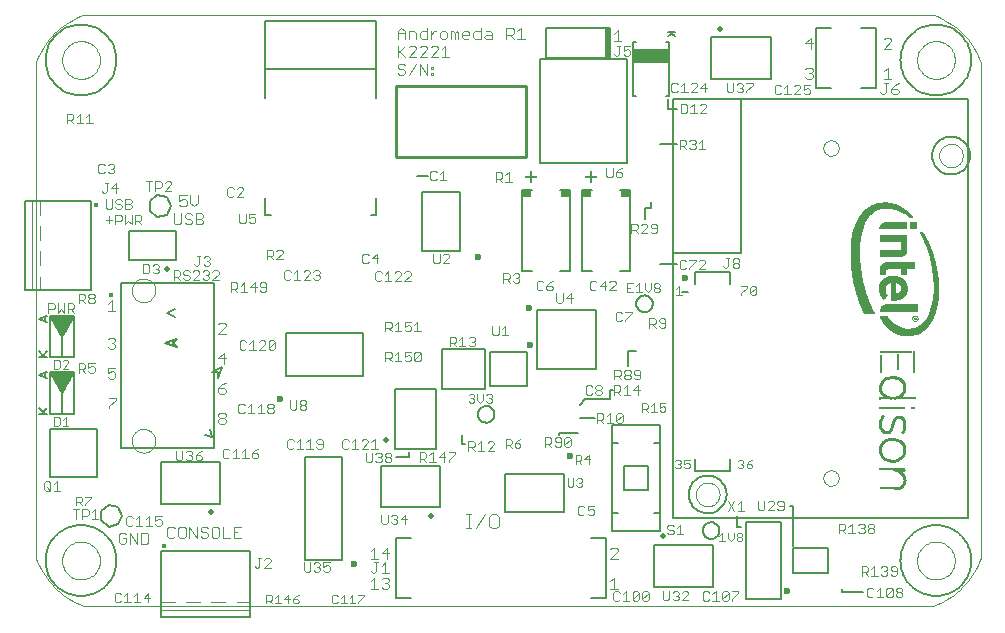
<source format=gto>
G04 Output by ViewMate Deluxe V11.12.18  PentaLogix*
G04 Wed Mar 06 15:24:07 2019*
%IPPOS*%
%FSLAX25Y25*%
%MOIN*%
%ADD10C,0.0*%
%ADD11C,0.005*%
%ADD12C,0.003*%
%ADD13C,0.01*%
%ADD14C,0.004*%
%ADD15C,0.0236*%
%ADD16C,0.002*%
%ADD17R,0.0088X0.072*%
%ADD18R,0.1096X0.0104*%
%ADD19R,0.0088X0.0528*%
%ADD20R,0.0088X0.0632*%
%ADD21C,0.0088*%
%ADD22C,0.0095*%
%ADD23R,0.1216X0.0096*%
%ADD24C,0.0004*%
%ADD25R,0.0856X0.0096*%
%ADD26R,0.0128X0.0112*%
%ADD27C,0.0093*%
%ADD28C,0.0096*%
%ADD29C,0.0094*%
%ADD30C,0.0091*%
%ADD31R,0.0852X0.0096*%
%ADD32R,0.0488X0.0096*%
%ADD33C,0.001*%
%ADD34R,0.0315X0.0236*%
%ADD35R,0.0079X0.0394*%
%ADD36R,0.0394X0.0079*%
%ADD37R,0.1181X0.0512*%
%ADD38C,0.0197*%
%ADD39C,0.0079*%
%ADD40C,0.0157*%
%ADD41C,0.002*%

%LPD*%
X0Y0D2*D10*G1X286490Y176160D2*X286510Y175850D1*X286570Y175540*X286660Y175240*X286790Y174950*X286960Y174680*X287160Y174440*X287380Y174220*X287640Y174030*X287910Y173870*X288200Y173750*X288500Y173660*X288810Y173610*X289130Y173600*X289440Y173630*X289750Y173700*X290050Y173800*X290330Y173940*X290590Y174120*X290830Y174320*X291040Y174560*X291230Y174810*X291380Y175090*X291490Y175380*X291570Y175690*X291610Y176000*Y176320*X291570Y176630*X291490Y176940*X291380Y177230*X291230Y177510*X291040Y177760*X290830Y178000*X290590Y178200*X290330Y178380*X290050Y178520*X289750Y178620*X289440Y178690*X289130Y178720*X288810Y178710*X288500Y178660*X288200Y178570*X287910Y178450*X287640Y178290*X287380Y178100*X287160Y177880*X286960Y177640*X286790Y177370*X286660Y177080*X286570Y176780*X286510Y176470*X286490Y176160*X325110Y173660D2*X325130Y173270D1*X325190Y172880*X325290Y172500*X325420Y172130*X325590Y171780*X325790Y171440*X326030Y171130*X326300Y170840*X326590Y170580*X326910Y170350*X327250Y170150*X327610Y169990*X327980Y169870*X328370Y169780*X328760Y169730*X329150Y169720*X329540Y169750*X329930Y169820*X330300Y169930*X330670Y170070*X331020Y170250*X331350Y170460*X331660Y170710*X331940Y170980*X332190Y171280*X332410Y171610*X332600Y171950*X332750Y172310*X332870Y172690*X332950Y173070*X332990Y173460*Y173860*X332950Y174250*X332870Y174630*X332750Y175010*X332600Y175370*X332410Y175710*X332190Y176040*X331940Y176340*X331660Y176610*X331350Y176860*X331020Y177070*X330670Y177250*X330300Y177390*X329930Y177500*X329540Y177570*X329150Y177600*X328760Y177590*X328370Y177540*X327980Y177450*X327610Y177330*X327250Y177170*X326910Y176970*X326590Y176740*X326300Y176480*X326030Y176190*X325790Y175880*X325590Y175540*X325420Y175190*X325290Y174820*X325190Y174440*X325130Y174050*X325110Y173660*X286490Y66160D2*X286510Y65850D1*X286570Y65540*X286660Y65240*X286790Y64950*X286960Y64680*X287160Y64440*X287380Y64220*X287640Y64030*X287910Y63870*X288200Y63750*X288500Y63660*X288810Y63610*X289130Y63600*X289440Y63630*X289750Y63700*X290050Y63800*X290330Y63940*X290590Y64120*X290830Y64320*X291040Y64560*X291230Y64810*X291380Y65090*X291490Y65380*X291570Y65690*X291610Y66000*Y66320*X291570Y66630*X291490Y66940*X291380Y67230*X291230Y67510*X291040Y67760*X290830Y68000*X290590Y68200*X290330Y68380*X290050Y68520*X289750Y68620*X289440Y68690*X289130Y68720*X288810Y68710*X288500Y68660*X288200Y68570*X287910Y68450*X287640Y68290*X287380Y68100*X287160Y67880*X286960Y67640*X286790Y67370*X286660Y67080*X286570Y66780*X286510Y66470*X286490Y66160*X244010Y60700D2*X244030Y60310D1*X244090Y59920*X244190Y59540*X244320Y59170*X244490Y58820*X244690Y58480*X244930Y58170*X245200Y57880*X245490Y57620*X245810Y57390*X246150Y57190*X246510Y57030*X246880Y56910*X247270Y56820*X247660Y56770*X248050Y56760*X248440Y56790*X248830Y56860*X249200Y56970*X249570Y57110*X249920Y57290*X250250Y57500*X250560Y57750*X250840Y58020*X251090Y58320*X251310Y58650*X251500Y58990*X251650Y59350*X251770Y59730*X251850Y60110*X251890Y60500*Y60900*X251850Y61290*X251770Y61670*X251650Y62050*X251500Y62410*X251310Y62750*X251090Y63080*X250840Y63380*X250560Y63650*X250250Y63900*X249920Y64110*X249570Y64290*X249200Y64430*X248830Y64540*X248440Y64610*X248050Y64640*X247660Y64630*X247270Y64580*X246880Y64490*X246510Y64370*X246150Y64210*X245810Y64010*X245490Y63780*X245200Y63520*X244930Y63230*X244690Y62920*X244490Y62580*X244320Y62230*X244190Y61860*X244090Y61480*X244030Y61090*X244010Y60700*X39800Y220510D2*X38610Y220050D1*X37440Y219520*X36300Y218940*X35190Y218310*X34120Y217620*X33070Y216890*X32070Y216100*X31100Y215260*X30180Y214380*X29300Y213460*X28460Y212490*X27670Y211490*X26940Y210440*X26250Y209370*X25620Y208260*X25040Y207120*X24510Y205950*X24050Y204760*X55990Y128730D2*X56010Y128340D1*X56070Y127950*X56170Y127570*X56300Y127200*X56470Y126850*X56670Y126510*X56910Y126200*X57180Y125910*X57470Y125650*X57790Y125420*X58130Y125220*X58490Y125060*X58860Y124940*X59250Y124850*X59640Y124800*X60030Y124790*X60420Y124820*X60810Y124890*X61180Y125000*X61550Y125140*X61900Y125320*X62230Y125530*X62540Y125780*X62820Y126050*X63070Y126350*X63290Y126680*X63480Y127020*X63630Y127380*X63750Y127760*X63830Y128140*X63870Y128530*Y128930*X63830Y129320*X63750Y129700*X63630Y130080*X63480Y130440*X63290Y130780*X63070Y131110*X62820Y131410*X62540Y131680*X62230Y131930*X61900Y132140*X61550Y132320*X61180Y132460*X60810Y132570*X60420Y132640*X60030Y132670*X59640Y132660*X59250Y132610*X58860Y132520*X58490Y132400*X58130Y132240*X57790Y132040*X57470Y131810*X57180Y131550*X56910Y131260*X56670Y130950*X56470Y130610*X56300Y130260*X56170Y129890*X56070Y129510*X56010Y129120*X55990Y128730*Y78580D2*X56010Y78190D1*X56070Y77800*X56170Y77420*X56300Y77050*X56470Y76700*X56670Y76360*X56910Y76050*X57180Y75760*X57470Y75500*X57790Y75270*X58130Y75070*X58490Y74910*X58860Y74790*X59250Y74700*X59640Y74650*X60030Y74640*X60420Y74670*X60810Y74740*X61180Y74850*X61550Y74990*X61900Y75170*X62230Y75380*X62540Y75630*X62820Y75900*X63070Y76200*X63290Y76530*X63480Y76870*X63630Y77230*X63750Y77610*X63830Y77990*X63870Y78380*Y78780*X63830Y79170*X63750Y79550*X63630Y79930*X63480Y80290*X63290Y80630*X63070Y80960*X62820Y81260*X62540Y81530*X62230Y81780*X61900Y81990*X61550Y82170*X61180Y82310*X60810Y82420*X60420Y82490*X60030Y82520*X59640Y82510*X59250Y82460*X58860Y82370*X58490Y82250*X58130Y82090*X57790Y81890*X57470Y81660*X57180Y81400*X56910Y81110*X56670Y80800*X56470Y80460*X56300Y80110*X56170Y79740*X56070Y79360*X56010Y78970*X55990Y78580*X39800Y23660D2*X38610Y24120D1*X37440Y24650*X36300Y25230*X35190Y25860*X34120Y26550*X33070Y27280*X32070Y28070*X31100Y28910*X30180Y29790*X29300Y30710*X28460Y31680*X27670Y32680*X26940Y33730*X26250Y34800*X25620Y35910*X25040Y37050*X24510Y38220*X24050Y39410*X32750Y38660D2*X32770Y38160D1*X32830Y37660*X32930Y37170*X33070Y36690*X33240Y36220*X33450Y35770*X33700Y35330*X33980Y34920*X34300Y34530*X34640Y34160*X35010Y33820*X35410Y33520*X35830Y33250*X36270Y33010*X36730Y32800*X37200Y32640*X37680Y32510*X38180Y32420*X38670Y32370*X39180Y32360*X39680Y32390*X40170Y32460*X40660Y32570*X41140Y32720*X41600Y32900*X42050Y33120*X42480Y33380*X42890Y33670*X43280Y33990*X43640Y34340*X43960Y34720*X44260Y35120*X44530Y35550*X44760Y35990*X44950Y36450*X45110Y36930*X45230Y37420*X45310Y37910*X45350Y38410*Y38910*X45310Y39410*X45230Y39900*X45110Y40390*X44950Y40870*X44760Y41330*X44530Y41770*X44260Y42200*X43960Y42600*X43640Y42980*X43280Y43330*X42890Y43650*X42480Y43940*X42050Y44200*X41600Y44420*X41140Y44600*X40660Y44750*X40170Y44860*X39680Y44930*X39180Y44960*X38670Y44950*X38180Y44900*X37680Y44810*X37200Y44680*X36730Y44520*X36270Y44310*X35830Y44070*X35410Y43800*X35010Y43500*X34640Y43160*X34300Y42790*X33980Y42400*X33700Y41990*X33450Y41550*X33240Y41100*X33070Y40630*X32930Y40150*X32830Y39660*X32770Y39160*X32750Y38660*X24050Y204760D2*Y39400D1*X32750Y205510D2*X32770Y205010D1*X32830Y204510*X32930Y204020*X33070Y203540*X33240Y203070*X33450Y202620*X33700Y202180*X33980Y201770*X34300Y201380*X34640Y201010*X35010Y200670*X35410Y200370*X35830Y200100*X36270Y199860*X36730Y199650*X37200Y199490*X37680Y199360*X38180Y199270*X38670Y199220*X39180Y199210*X39680Y199240*X40170Y199310*X40660Y199420*X41140Y199570*X41600Y199750*X42050Y199970*X42480Y200230*X42890Y200520*X43280Y200840*X43640Y201190*X43960Y201570*X44260Y201970*X44530Y202400*X44760Y202840*X44950Y203300*X45110Y203780*X45230Y204270*X45310Y204760*X45350Y205260*Y205760*X45310Y206260*X45230Y206750*X45110Y207240*X44950Y207720*X44760Y208180*X44530Y208620*X44260Y209050*X43960Y209450*X43640Y209830*X43280Y210180*X42890Y210500*X42480Y210790*X42050Y211050*X41600Y211270*X41140Y211450*X40660Y211600*X40170Y211710*X39680Y211780*X39180Y211810*X38670Y211800*X38180Y211750*X37680Y211660*X37200Y211530*X36730Y211370*X36270Y211160*X35830Y210920*X35410Y210650*X35010Y210350*X34640Y210010*X34300Y209640*X33980Y209250*X33700Y208840*X33450Y208400*X33240Y207950*X33070Y207480*X32930Y207000*X32830Y206510*X32770Y206010*X32750Y205510*X323260Y220510D2*X39800D1*X339010Y204760D2*X338550Y205950D1*X338020Y207120*X337440Y208260*X336810Y209370*X336120Y210440*X335390Y211490*X334600Y212490*X333760Y213460*X332880Y214380*X331960Y215260*X330990Y216100*X329990Y216890*X328940Y217620*X327870Y218310*X326760Y218940*X325620Y219520*X324450Y220050*X323260Y220510*X317710Y205510D2*X317730Y205010D1*X317790Y204510*X317890Y204020*X318030Y203540*X318200Y203070*X318410Y202620*X318660Y202180*X318940Y201770*X319260Y201380*X319600Y201010*X319970Y200670*X320370Y200370*X320790Y200100*X321230Y199860*X321690Y199650*X322160Y199490*X322640Y199360*X323140Y199270*X323630Y199220*X324140Y199210*X324640Y199240*X325130Y199310*X325620Y199420*X326100Y199570*X326560Y199750*X327010Y199970*X327440Y200230*X327850Y200520*X328240Y200840*X328600Y201190*X328920Y201570*X329220Y201970*X329490Y202400*X329720Y202840*X329910Y203300*X330070Y203780*X330190Y204270*X330270Y204760*X330310Y205260*Y205760*X330270Y206260*X330190Y206750*X330070Y207240*X329910Y207720*X329720Y208180*X329490Y208620*X329220Y209050*X328920Y209450*X328600Y209830*X328240Y210180*X327850Y210500*X327440Y210790*X327010Y211050*X326560Y211270*X326100Y211450*X325620Y211600*X325130Y211710*X324640Y211780*X324140Y211810*X323630Y211800*X323140Y211750*X322640Y211660*X322160Y211530*X321690Y211370*X321230Y211160*X320790Y210920*X320370Y210650*X319970Y210350*X319600Y210010*X319260Y209640*X318940Y209250*X318660Y208840*X318410Y208400*X318200Y207950*X318030Y207480*X317890Y207000*X317790Y206510*X317730Y206010*X317710Y205510*X339010Y39400D2*Y204760D1*Y39410D2*X338550Y38220D1*X338020Y37050*X337440Y35910*X336810Y34800*X336120Y33730*X335390Y32680*X334600Y31680*X333760Y30710*X332880Y29790*X331960Y28910*X330990Y28070*X329990Y27280*X328940Y26550*X327870Y25860*X326760Y25230*X325620Y24650*X324450Y24120*X323260Y23660*X317710Y38660D2*X317730Y38160D1*X317790Y37660*X317890Y37170*X318030Y36690*X318200Y36220*X318410Y35770*X318660Y35330*X318940Y34920*X319260Y34530*X319600Y34160*X319970Y33820*X320370Y33520*X320790Y33250*X321230Y33010*X321690Y32800*X322160Y32640*X322640Y32510*X323140Y32420*X323630Y32370*X324140Y32360*X324640Y32390*X325130Y32460*X325620Y32570*X326100Y32720*X326560Y32900*X327010Y33120*X327440Y33380*X327850Y33670*X328240Y33990*X328600Y34340*X328920Y34720*X329220Y35120*X329490Y35550*X329720Y35990*X329910Y36450*X330070Y36930*X330190Y37420*X330270Y37910*X330310Y38410*Y38910*X330270Y39410*X330190Y39900*X330070Y40390*X329910Y40870*X329720Y41330*X329490Y41770*X329220Y42200*X328920Y42600*X328600Y42980*X328240Y43330*X327850Y43650*X327440Y43940*X327010Y44200*X326560Y44420*X326100Y44600*X325620Y44750*X325130Y44860*X324640Y44930*X324140Y44960*X323630Y44950*X323140Y44900*X322640Y44810*X322160Y44680*X321690Y44520*X321230Y44310*X320790Y44070*X320370Y43800*X319970Y43500*X319600Y43160*X319260Y42790*X318940Y42400*X318660Y41990*X318410Y41550*X318200Y41100*X318030Y40630*X317890Y40150*X317790Y39660*X317730Y39160*X317710Y38660*X39800Y23660D2*X323260D1*D11*X27240Y205510D2*X27260Y204820D1*X27320Y204140*X27420Y203460*X27560Y202790*X27740Y202120*X27950Y201470*X28210Y200830*X28500Y200210*X28820Y199600*X29180Y199020*X29580Y198460*X30000Y197920*X30460Y197410*X30950Y196920*X31460Y196460*X32000Y196040*X32560Y195640*X33140Y195280*X33750Y194960*X34370Y194670*X35010Y194410*X35660Y194200*X36330Y194020*X37000Y193880*X37680Y193780*X38360Y193720*X39050Y193700*X39740Y193720*X40420Y193780*X41100Y193880*X41770Y194020*X42440Y194200*X43090Y194410*X43730Y194670*X44350Y194960*X44960Y195280*X45540Y195640*X46100Y196040*X46640Y196460*X47150Y196920*X47640Y197410*X48100Y197920*X48520Y198460*X48920Y199020*X49280Y199600*X49600Y200210*X49890Y200830*X50150Y201470*X50360Y202120*X50540Y202790*X50680Y203460*X50780Y204140*X50840Y204820*X50860Y205510*X50840Y206200*X50780Y206880*X50680Y207560*X50540Y208230*X50360Y208900*X50150Y209550*X49890Y210190*X49600Y210810*X49280Y211410*X48920Y212000*X48520Y212560*X48100Y213100*X47640Y213610*X47150Y214100*X46640Y214560*X46100Y214980*X45540Y215380*X44950Y215740*X44350Y216060*X43730Y216350*X43090Y216610*X42440Y216820*X41770Y217000*X41100Y217140*X40420Y217240*X39740Y217300*X39050Y217320*X38360Y217300*X37680Y217240*X37000Y217140*X36330Y217000*X35660Y216820*X35010Y216610*X34370Y216350*X33750Y216060*X33140Y215740*X32560Y215380*X32000Y214980*X31460Y214560*X30950Y214100*X30460Y213610*X30000Y213100*X29580Y212560*X29180Y212000*X28820Y211410*X28500Y210810*X28210Y210190*X27950Y209550*X27740Y208900*X27560Y208230*X27420Y207560*X27320Y206880*X27260Y206200*X27240Y205510*X137550Y202650D2*Y218400D1*X100550*Y202650*Y192810D2*Y202650D1*X137550*Y192810*X150920Y166780D2*X154670D1*X152680Y161620D2*X165420D1*Y141940*X152680*Y161620*X137550Y159350D2*Y153830D1*X135590*X100550Y159350D2*Y153830D1*X102510*X26890Y119680D2*Y118700D1*X27880Y120170D2*X24930Y119190D1*X27880Y118200*X27240Y38660D2*X27260Y37970D1*X27320Y37290*X27420Y36610*X27560Y35940*X27740Y35270*X27950Y34620*X28210Y33980*X28500Y33360*X28820Y32750*X29180Y32170*X29580Y31610*X30000Y31070*X30460Y30560*X30950Y30070*X31460Y29610*X32000Y29190*X32560Y28790*X33140Y28430*X33750Y28110*X34370Y27820*X35010Y27560*X35660Y27350*X36330Y27170*X37000Y27030*X37680Y26930*X38360Y26870*X39050Y26850*X39740Y26870*X40420Y26930*X41100Y27030*X41770Y27170*X42440Y27350*X43090Y27560*X43730Y27820*X44350Y28110*X44960Y28430*X45540Y28790*X46100Y29190*X46640Y29610*X47150Y30070*X47640Y30560*X48100Y31070*X48520Y31610*X48920Y32170*X49280Y32750*X49600Y33360*X49890Y33980*X50150Y34620*X50360Y35270*X50540Y35940*X50680Y36610*X50780Y37290*X50840Y37970*X50860Y38660*X50840Y39350*X50780Y40030*X50680Y40710*X50540Y41380*X50360Y42050*X50150Y42700*X49890Y43340*X49600Y43960*X49280Y44560*X48920Y45150*X48520Y45710*X48100Y46250*X47640Y46760*X47150Y47250*X46640Y47710*X46100Y48130*X45540Y48530*X44950Y48890*X44350Y49210*X43730Y49500*X43090Y49760*X42440Y49970*X41770Y50150*X41100Y50290*X40420Y50390*X39740Y50450*X39050Y50470*X38360Y50450*X37680Y50390*X37000Y50290*X36330Y50150*X35660Y49970*X35010Y49760*X34370Y49500*X33750Y49210*X33140Y48890*X32560Y48530*X32000Y48130*X31460Y47710*X30950Y47250*X30460Y46760*X30000Y46250*X29580Y45710*X29180Y45150*X28820Y44560*X28500Y43960*X28210Y43340*X27950Y42700*X27740Y42050*X27560Y41380*X27420Y40710*X27320Y40030*X27260Y39350*X27240Y38660*X65820Y41840D2*X95350D1*Y24910*Y22150*Y19790*X65820*Y22150*Y24910*Y41840*X51390Y56590D2*X52800Y53660D1*X51390Y50720*X48220Y50000D2*X45670Y52030D1*Y55280*X48220Y57310*X51390Y56590*X82170Y82410D2*X82800Y79910D1*X80300Y80530*X65600Y71430D2*X85290D1*Y57650*X65600*Y71430*X28680Y82410D2*Y66660D1*X44420*Y82410*X28680*X24930Y87640D2*X26890D1*X24930Y89610D2*X26400Y88130D1*X27880Y89610D2*X26400Y88130D1*X26890Y87640*X27880*X32800D2*X36740D1*Y101420*X28860*X36640Y101260D2*X28960D1*X29230Y100770D2*X36370D1*X36090Y100290D2*X29510D1*X29790Y99800D2*X35810D1*X35530Y99320D2*X30070D1*X30340Y98830D2*X35260D1*X34980Y98350D2*X30620D1*X30900Y97860D2*X34700D1*X34430Y97380D2*X31170D1*X31450Y96890D2*X34150D1*X33870Y96410D2*X31730D1*X32010Y95920D2*X33590D1*X33320Y95440D2*X32280D1*X32560Y94950D2*X33040D1*X32800Y94530D2*X28860Y101420D1*Y87640*X32800*Y94530*X36740Y101420*X28860*X26890Y99950D2*Y100930D1*X27880Y99450D2*X24930Y100440D1*X27880Y101420*X24930Y106390D2*X26890D1*X24930Y108360D2*X26400Y106880D1*X27880Y108360D2*X26400Y106880D1*X26890Y106390*X27880*X32800D2*X36740D1*Y120170*X28860*X36460Y119690D2*X29140D1*X29420Y119200D2*X36180D1*X35910Y118720D2*X29690D1*X29970Y118230D2*X35630D1*X35350Y117750D2*X30250D1*X30530Y117260D2*X35070D1*X34800Y116780D2*X30800D1*X31080Y116290D2*X34520D1*X34240Y115810D2*X31360D1*X31630Y115320D2*X33970D1*X33690Y114840D2*X31910D1*X32190Y114350D2*X33410D1*X33130Y113870D2*X32470D1*X32740Y113380D2*X32860D1*X32800Y113280D2*X28860Y120170D1*Y106390*X32800*Y113280*X36740Y120170*X28860*X36740*X42330Y158420D2*Y128890D1*X22640*X20280*Y158420*X22640*X42330*X64470Y153130D2*X61920Y155150D1*Y158410*X64470Y160440*X67640Y159710*X69050Y156780*X67640Y153850*X70670Y138730D2*Y148580D1*X54930*Y138730*X70670*X83350Y131100D2*X52250D1*Y76220*X83350*Y131100*X70300Y122410D2*X67800Y121160D1*X70300Y119910*X70920Y109910D2*X69670Y111160D1*X70920Y112410*X67170Y111160*X70920Y109910*X85920Y103340D2*X84670Y99590D1*Y101470*X82800*X85920Y103340*X132940Y100340D2*X107350D1*Y114470*X132940*Y100340*X198420Y80530D2*Y81160D1*X204670*X322750Y173660D2*X322770Y173160D1*X322830Y172660*X322930Y172170*X323070Y171690*X323240Y171220*X323450Y170770*X323700Y170330*X323980Y169920*X324300Y169530*X324640Y169160*X325010Y168820*X325410Y168520*X325830Y168250*X326270Y168010*X326730Y167800*X327200Y167640*X327680Y167510*X328180Y167420*X328670Y167370*X329180Y167360*X329680Y167390*X330170Y167460*X330660Y167570*X331140Y167720*X331600Y167900*X332050Y168120*X332480Y168380*X332890Y168670*X333280Y168990*X333640Y169340*X333960Y169720*X334260Y170120*X334530Y170550*X334760Y170990*X334950Y171450*X335110Y171930*X335230Y172420*X335310Y172910*X335350Y173410*Y173910*X335310Y174410*X335230Y174900*X335110Y175390*X334950Y175870*X334760Y176330*X334530Y176770*X334260Y177200*X333960Y177600*X333640Y177980*X333280Y178330*X332890Y178650*X332480Y178940*X332050Y179200*X331600Y179420*X331140Y179600*X330660Y179750*X330170Y179860*X329680Y179930*X329180Y179960*X328670Y179950*X328180Y179900*X327680Y179810*X327200Y179680*X326730Y179520*X326270Y179310*X325830Y179070*X325410Y178800*X325010Y178500*X324640Y178160*X324300Y177790*X323980Y177400*X323700Y176990*X323450Y176550*X323240Y176100*X323070Y175630*X322930Y175150*X322830Y174660*X322770Y174160*X322750Y173660*X312200Y205510D2*X312220Y204820D1*X312280Y204140*X312380Y203460*X312520Y202790*X312700Y202120*X312910Y201470*X313170Y200830*X313460Y200210*X313780Y199600*X314140Y199020*X314540Y198460*X314960Y197920*X315420Y197410*X315910Y196920*X316420Y196460*X316960Y196040*X317520Y195640*X318100Y195280*X318710Y194960*X319330Y194670*X319970Y194410*X320620Y194200*X321290Y194020*X321960Y193880*X322640Y193780*X323320Y193720*X324010Y193700*X324700Y193720*X325380Y193780*X326060Y193880*X326730Y194020*X327400Y194200*X328050Y194410*X328690Y194670*X329310Y194960*X329920Y195280*X330500Y195640*X331060Y196040*X331600Y196460*X332110Y196920*X332600Y197410*X333060Y197920*X333480Y198460*X333880Y199020*X334240Y199600*X334560Y200210*X334850Y200830*X335110Y201470*X335320Y202120*X335500Y202790*X335640Y203460*X335740Y204140*X335800Y204820*X335820Y205510*X335800Y206200*X335740Y206880*X335640Y207560*X335500Y208230*X335320Y208900*X335110Y209550*X334850Y210190*X334560Y210810*X334240Y211410*X333880Y212000*X333480Y212560*X333060Y213100*X332600Y213610*X332110Y214100*X331600Y214560*X331060Y214980*X330500Y215380*X329910Y215740*X329310Y216060*X328690Y216350*X328050Y216610*X327400Y216820*X326730Y217000*X326060Y217140*X325380Y217240*X324700Y217300*X324010Y217320*X323320Y217300*X322640Y217240*X321960Y217140*X321290Y217000*X320620Y216820*X319970Y216610*X319330Y216350*X318710Y216060*X318100Y215740*X317520Y215380*X316960Y214980*X316420Y214560*X315910Y214100*X315420Y213610*X314960Y213100*X314540Y212560*X314140Y212000*X313780Y211410*X313460Y210810*X313170Y210190*X312910Y209550*X312700Y208900*X312520Y208230*X312380Y207560*X312280Y206880*X312220Y206200*X312200Y205510*X289050Y216160D2*X284050D1*X299050D2*X304050D1*Y196160*X299050*X289050D2*X284050D1*Y216160*X214050Y215720D2*X215550D1*Y215230D2*X214050D1*Y214750D2*X215550D1*Y214260D2*X214050D1*Y213780D2*X215550D1*Y213290D2*X214050D1*Y212810D2*X215550D1*Y212320D2*X214050D1*Y211840D2*X215550D1*Y211350D2*X214050D1*Y210870D2*X215550D1*Y210380D2*X214050D1*Y209900D2*X215550D1*Y209410D2*X214050D1*Y208930D2*X215550D1*Y208440D2*X214050D1*Y207960D2*X215550D1*Y207470D2*X214050D1*Y206990D2*X215550D1*X214050Y206160D2*Y216160D1*X194050*Y206160*X214050*X215550Y206500D2*X214050D1*X215550Y206160D2*Y216160D1*X214050*Y206160*X215550*X223930Y193350D2*X223140D1*Y211460*X223930*X249210Y213050D2*Y199270D1*X268890*Y213050*X249210*X236920Y215000D2*X235350D1*X234560D2*X235350D1*X236140Y214220*X236920Y213430D2*X236140Y214220D1*X234560Y213430*X234170Y211460D2*X234960D1*Y193350*X234170*X234670Y192410D2*Y189280D1*X237800*X232170Y177410D2*X237800D1*X221120Y171330D2*Y205980D1*X191980*Y171330*X221120*X229050Y158030D2*Y156160D1*X227170*Y152410*X255230Y130740D2*Y134680D1*X243580*Y130740*X239360Y128340D2*X241240D1*X224100Y124280D2*X224120Y123950D1*X224180Y123630*X224270Y123320*X224400Y123020*X224570Y122740*X224770Y122480*X225000Y122240*X225250Y122040*X225530Y121860*X225820Y121720*X226130Y121620*X226450Y121550*X226780Y121520*X227110Y121530*X227430Y121580*X227740Y121670*X228050Y121790*X228330Y121950*X228600Y122140*X228840Y122360*X229050Y122610*X229240Y122880*X229390Y123170*X229500Y123470*X229580Y123790*X229620Y124120*Y124440*X229580Y124770*X229500Y125090*X229390Y125390*X229240Y125680*X229050Y125950*X228840Y126200*X228600Y126420*X228330Y126610*X228050Y126770*X227740Y126890*X227430Y126980*X227110Y127030*X226780Y127040*X226450Y127010*X226130Y126940*X225820Y126840*X225530Y126700*X225250Y126520*X225000Y126320*X224770Y126080*X224570Y125820*X224400Y125540*X224270Y125240*X224180Y124930*X224120Y124610*X224100Y124280*X224050Y108660D2*X221550D1*Y103660*X216550Y95530D2*X215300D1*Y92410*X207170*X205300Y90530*X210300Y86160D2*X205300D1*X218140Y77970D2*X216180D1*X312200Y38660D2*X312220Y37970D1*X312280Y37290*X312380Y36610*X312520Y35940*X312700Y35270*X312910Y34620*X313170Y33980*X313460Y33360*X313780Y32750*X314140Y32170*X314540Y31610*X314960Y31070*X315420Y30560*X315910Y30070*X316420Y29610*X316960Y29190*X317520Y28790*X318100Y28430*X318710Y28110*X319330Y27820*X319970Y27560*X320620Y27350*X321290Y27170*X321960Y27030*X322640Y26930*X323320Y26870*X324010Y26850*X324700Y26870*X325380Y26930*X326060Y27030*X326730Y27170*X327400Y27350*X328050Y27560*X328690Y27820*X329310Y28110*X329920Y28430*X330500Y28790*X331060Y29190*X331600Y29610*X332110Y30070*X332600Y30560*X333060Y31070*X333480Y31610*X333880Y32170*X334240Y32750*X334560Y33360*X334850Y33980*X335110Y34620*X335320Y35270*X335500Y35940*X335640Y36610*X335740Y37290*X335800Y37970*X335820Y38660*X335800Y39350*X335740Y40030*X335640Y40710*X335500Y41380*X335320Y42050*X335110Y42700*X334850Y43340*X334560Y43960*X334240Y44560*X333880Y45150*X333480Y45710*X333060Y46250*X332600Y46760*X332110Y47250*X331600Y47710*X331060Y48130*X330500Y48530*X329910Y48890*X329310Y49210*X328690Y49500*X328050Y49760*X327400Y49970*X326730Y50150*X326060Y50290*X325380Y50390*X324700Y50450*X324010Y50470*X323320Y50450*X322640Y50390*X321960Y50290*X321290Y50150*X320620Y49970*X319970Y49760*X319330Y49500*X318710Y49210*X318100Y48890*X317520Y48530*X316960Y48130*X316420Y47710*X315910Y47250*X315420Y46760*X314960Y46250*X314540Y45710*X314140Y45150*X313780Y44560*X313460Y43960*X313170Y43340*X312910Y42700*X312700Y42050*X312520Y41380*X312380Y40710*X312280Y40030*X312220Y39350*X312200Y38660*X299670Y28030D2*X292800D1*Y29280*X276330Y42960D2*X288140D1*Y34350*X276330*Y42960*X276550Y43660D2*Y56780D1*X275300*X246290Y48660D2*X246310Y48330D1*X246370Y48010*X246460Y47700*X246590Y47400*X246760Y47120*X246960Y46860*X247190Y46620*X247440Y46420*X247720Y46240*X248010Y46100*X248320Y46000*X248640Y45930*X248970Y45900*X249300Y45910*X249620Y45960*X249930Y46050*X250240Y46170*X250520Y46330*X250790Y46520*X251030Y46740*X251240Y46990*X251430Y47260*X251580Y47550*X251690Y47850*X251770Y48170*X251810Y48500*Y48820*X251770Y49150*X251690Y49470*X251580Y49770*X251430Y50060*X251240Y50330*X251030Y50580*X250790Y50800*X250520Y50990*X250240Y51150*X249930Y51270*X249620Y51360*X249300Y51410*X248970Y51420*X248640Y51390*X248320Y51320*X248010Y51220*X247720Y51080*X247440Y50900*X247190Y50700*X246960Y50460*X246760Y50200*X246590Y49920*X246460Y49620*X246370Y49310*X246310Y48990*X246290Y48660*X260580Y51450D2*X272390D1*Y25860*X260580*Y51450*X259050Y49910D2*X257800D1*Y53660*X241650Y60700D2*X241670Y60200D1*X241730Y59700*X241830Y59210*X241970Y58730*X242140Y58260*X242350Y57810*X242600Y57370*X242880Y56960*X243200Y56570*X243540Y56200*X243910Y55860*X244310Y55560*X244730Y55290*X245170Y55050*X245630Y54840*X246100Y54680*X246580Y54550*X247080Y54460*X247570Y54410*X248080Y54400*X248580Y54430*X249070Y54500*X249560Y54610*X250040Y54760*X250500Y54940*X250950Y55160*X251380Y55420*X251790Y55710*X252180Y56030*X252540Y56380*X252860Y56760*X253160Y57160*X253430Y57590*X253660Y58030*X253850Y58490*X254010Y58970*X254130Y59460*X254210Y59950*X254250Y60450*Y60950*X254210Y61450*X254130Y61940*X254010Y62430*X253850Y62910*X253660Y63370*X253430Y63810*X253160Y64240*X252860Y64640*X252540Y65020*X252180Y65370*X251790Y65690*X251380Y65980*X250950Y66240*X250500Y66460*X250040Y66640*X249560Y66790*X249070Y66900*X248580Y66970*X248080Y67000*X247570Y66990*X247080Y66940*X246580Y66850*X246100Y66720*X245630Y66560*X245170Y66350*X244730Y66110*X244310Y65840*X243910Y65540*X243540Y65200*X243200Y64830*X242880Y64440*X242600Y64030*X242350Y63590*X242140Y63140*X241970Y62670*X241830Y62190*X241730Y61700*X241670Y61200*X241650Y60700*X255230Y72470D2*Y68540D1*X243580*Y72470*X227990Y62220D2*Y70090D1*X220110*Y62220*X227990*X229960Y54350D2*X231920D1*Y48440D2*Y54350D1*Y77970*X229960D2*X231920D1*Y83870*X216180*Y77970*Y54350*X218140D2*X216180D1*Y48440*X231920*X229990Y29960D2*Y43730D1*X249680*Y29960*X229990*X209050Y26160D2*X214050D1*Y46160*X209050*X180460Y54780D2*Y67530D1*X200140*Y54780*X180460*X149050Y26160D2*X144050D1*Y46160*X149050*X126120Y73070D2*Y39010D1*X113770*Y73070*X126120*X144050Y73030D2*X148420D1*Y74910*X158830Y70330D2*Y56550D1*X139150*Y70330*X158830*X167170Y77410D2*X165920D1*Y80530*X171290Y87410D2*X171310Y87080D1*X171370Y86760*X171460Y86450*X171590Y86150*X171760Y85870*X171960Y85610*X172190Y85370*X172440Y85170*X172720Y84990*X173010Y84850*X173320Y84750*X173640Y84680*X173970Y84650*X174300Y84660*X174620Y84710*X174930Y84800*X175240Y84920*X175520Y85080*X175790Y85270*X176030Y85490*X176240Y85740*X176430Y86010*X176580Y86300*X176690Y86600*X176770Y86920*X176810Y87250*Y87570*X176770Y87900*X176690Y88220*X176580Y88520*X176430Y88810*X176240Y89080*X176030Y89330*X175790Y89550*X175520Y89740*X175240Y89900*X174930Y90020*X174620Y90110*X174300Y90160*X173970Y90170*X173640Y90140*X173320Y90070*X173010Y89970*X172720Y89830*X172440Y89650*X172190Y89450*X171960Y89210*X171760Y88950*X171590Y88670*X171460Y88370*X171370Y88060*X171310Y87740*X171290Y87410*X157500Y95680D2*Y76000D1*X143720*Y95680*X157500*X175450Y108110D2*X187650D1*Y96700*X175450*Y108110*X173560Y109100D2*X159540D1*Y95710*X173560*Y109100*X191080Y122250D2*Y102560D1*X210770*Y122250*X191080*X189330Y135270D2*X186180D1*Y162040*X189330*X198770D2*X201920D1*Y135270*X198770*X209330D2*X206180D1*Y162040*X209330*X218770D2*X221920D1*Y135270*X218770*X237800Y137410D2*X232170D1*X236410Y141060D2*Y52910D1*X334840*Y192670*X259170*X236410*Y141060*X259170*Y192670*D12*X139270Y32390D2*X139880Y33010D1*X141120*X141740Y32390*Y31770*X141120Y31160*X140500D2*X141120D1*X141740Y30540*Y29920*X141120Y29310*X139880*X139270Y29920*X59920Y26280D2*X61520Y27880D1*Y24680*X59920Y26280D2*X62060D1*X58830Y24680D2*X56700D1*X57770D2*Y27880D1*X56700Y26820*X50790Y27880D2*X51860D1*X52390Y27350*X53480Y26820D2*X54540Y27880D1*Y24680*X53480D2*X55610D1*X52390Y25210D2*X51860Y24680D1*X50790*X50250Y25210*Y27350*X50790Y27880*X32950Y85540D2*X33920Y86510D1*X31940Y84090D2*X31450Y83610D1*X30000*Y86510*X31450*X31940Y86020*Y84090*X34880Y83610D2*X32950D1*X33920Y86510D2*Y83610D1*X33470Y124510D2*Y121310D1*X30250Y123970D2*X29720Y124510D1*X28120*Y121310*Y122370D2*X29720D1*X30250Y122910*Y123970*X31340Y124510D2*Y121310D1*X32410Y122370*X33470Y121310*X35630Y122370D2*X36700Y121310D1*Y123970D2*X36160Y124510D1*X34560*Y121310*Y122370D2*X36160D1*X36700Y122910*Y123970*X39290Y125500D2*X40360Y124430D1*Y126030D2*X39830Y125500D1*X38230*Y124430D2*Y127630D1*X39830*X40360Y127100*Y126030*X41980D2*X41450Y126570D1*Y127100*X41980Y127630*X43050*X43580Y127100*Y126570*X43050Y126030*X43580Y124960D2*Y125500D1*X43050Y126030*X41980*X41450Y125500*Y124960*X41980Y124430*X43050*X43580Y124960*X48020Y124270D2*X49250Y125510D1*Y121810*X48020D2*X50490D1*X48020Y112390D2*X48630Y113010D1*X49870*X50490Y112390*Y111770*X49870Y111160*X49250D2*X49870D1*X50490Y110540*Y109920*X49870Y109310*X48630*X48020Y109920*X31940Y105020D2*Y103090D1*X31450Y102610*X30000*Y105510*X31450*X31940Y105020*X32950D2*X33430Y105510D1*X34400*X34880Y105020*Y104540*X32950Y102610*X34880*X38230Y101310D2*Y104510D1*X39830*X40360Y103970*Y102910*X39290Y102370D2*X40360Y101310D1*X38230Y102370D2*X39830D1*X40360Y102910*X41450D2*Y104510D1*X43580*Y102910D2*X43050Y103440D1*X42520*X41450Y102910*Y101840D2*X41980Y101310D1*X43050*X43580Y101840*Y102910*X50490Y103010D2*X48020D1*Y101160*X49870Y99310D2*X50490Y99920D1*Y101160*X49870Y101770*X49250*X48020Y101160*Y99920D2*X48630Y99310D1*X49870*X50610Y92220D2*Y92760D1*X48480*Y89560D2*Y90090D1*X50610Y92220*X97610Y74380D2*X98140Y73850D1*Y73320*X97610Y72780*X96540*X96010Y73320*Y74380*X97610*X98140Y75990D2*X97070Y75450D1*X96010Y74380*X92780Y74920D2*X93850Y75990D1*Y72780*X92780D2*X94920D1*X86340Y73320D2*Y75450D1*X86870Y75990*X87940*X88470Y75450*X89560Y74920D2*X90630Y75990D1*Y72780*X89560D2*X91690D1*X88470Y73320D2*X87940Y72780D1*X86870*X86340Y73320*X60580Y52460D2*X61650Y53530D1*X27760Y63070D2*X28830Y62010D1*Y64670D2*X28290Y65210D1*X27230*X26690Y64670*Y62540*X27230Y62010*X28290*X28830Y62540*Y64670*X29910Y64140D2*X30980Y65210D1*Y62010*X32050D2*X29910D1*X37310Y55760D2*Y52560D1*X38380Y55760D2*X36240D1*X38470Y58070D2*X39440Y57110D1*Y59530D2*Y58560D1*X38950Y58070*X37500*Y57110D2*Y60010D1*X38950*X39440Y59530*X40450Y60010D2*X42380D1*Y59530*X40450Y57590*Y57110*X41600Y54160D2*Y55220D1*X41060Y55760*X39460*Y52560*Y53620D2*X41060D1*X41600Y54160*X42690Y54690D2*X43750Y55760D1*Y52560*X44820D2*X42690D1*X51700Y47390D2*X52320Y48010D1*X53550*X54170Y47390*Y44920D2*X53550Y44310D1*X52320*X51700Y44920*Y47390*X52930Y46160D2*X54170D1*Y44920*X55380Y48010D2*Y44310D1*X59070Y48010D2*Y44310D1*X60920*X61530Y44920*Y47390*X60920Y48010*X59070*X57850D2*Y44310D1*X55380Y48010*X56270Y50860D2*X55730Y50330D1*X54670*X54130Y50860*Y52990*X54670Y53530*X55730*X56270Y52990*X57350Y52460D2*X58420Y53530D1*Y50330*X59490D2*X57350D1*X62710D2*X60580D1*X61650Y53530D2*Y50330D1*X65940Y53530D2*X63800D1*Y51930*X65940Y50860D2*Y51930D1*X65400Y52460*X64870*X63800Y51930*Y50860D2*X64330Y50330D1*X65400*X65940Y50860*X70310Y46920D2*X69700Y46310D1*X68460*X67840Y46920*Y49390*X68460Y50010*X69700*X70310Y49390*X74000D2*X73380Y50010D1*X72140*X71530Y49390*Y46920*X72140Y46310*X73380*X74000Y46920*Y49390*X75210Y46310D2*Y50010D1*X77680Y46310*Y50010*X78890Y46920D2*X79510Y46310D1*X80750*X81360Y46920*Y47540*X80750Y48160*X79510*X78890Y48770*Y49390*X79510Y50010*X80750*X81360Y49390*X85050D2*Y46920D1*X84430Y46310*X83190*X82580Y46920*Y49390*X83190Y50010*X84430*X85050Y49390*X86260Y50010D2*Y46310D1*X88730*X91180Y48160D2*X89940D1*X92410Y50010D2*X89940D1*Y46310*X92410*X96890Y36840D2*X97420Y36310D1*X97950*X98490Y36840*Y39510*X99020D2*X97950D1*X100110Y38970D2*X100640Y39510D1*X101710*X102250Y38970*Y38440*X100110Y36310*X102250*X101770Y25320D2*X102740Y24360D1*Y25810D2*Y26770D1*X102260Y27260*X100810*Y24360*Y25320D2*X102260D1*X102740Y25810*X103750Y26290D2*X104720Y27260D1*Y24360*X105690D2*X103750D1*X108150D2*Y27260D1*X106700Y25810*X108630*X109650D2*Y24840D1*X110130Y24360*X111100*X111580Y24840*Y25320*X111100Y25810*X109650*X110610Y26770*X111580Y27260*X118210Y36570D2*X117680D1*X118740Y37640D2*X118210Y38170D1*X117140*X116610Y37640*X115520Y38170D2*Y35510D1*X113390Y38170D2*Y35510D1*X113920Y34970*X114990*X115520Y35510*X116610D2*X117140Y34970D1*X118210*X118740Y35510*Y36040*X118210Y36570*X118740Y37110*Y37640*X121970Y38170D2*X119830D1*Y36570*X121430Y34970D2*X121970Y35510D1*Y36570*X121430Y37110*X120900*X119830Y36570*Y35510D2*X120370Y34970D1*X121430*X124620Y24840D2*X124130Y24360D1*X123170*X122680Y24840*Y26770*X123170Y27260*X124130*X124620Y26770*X125630Y26290D2*X126600Y27260D1*Y24360*X127560D2*X125630D1*X128570Y26290D2*X129540Y27260D1*Y24360*X130510D2*X128570D1*X131520D2*Y24840D1*X133460Y26770*Y27260*X131520*X138050Y29310D2*X135580D1*X136820D2*Y33010D1*X135580Y31770*Y41770D2*X136820Y43010D1*Y39310*X138050D2*X135580D1*X141120D2*Y43010D1*X139270Y41160*X141740*X234510Y47930D2*X235040Y47400D1*X236110*X236650Y47930*Y48470*X236110Y49000*X235040*X234510Y49530*Y50070*X235040Y50600*X236110*X236650Y50070*X237730Y49530D2*X238800Y50600D1*Y47400*X239870D2*X237730D1*X299230Y33650D2*Y36860D1*X303210Y26960D2*X302680Y26430D1*X301610*X301070Y26960*Y29100*X301610Y29630*X302680*X303210Y29100*X304300Y28570D2*X305370Y29630D1*Y26430*X306430D2*X304300D1*X309660Y29100D2*X309120Y29630D1*X308050*X307520Y29100*Y26960*X309660D2*Y29100D1*X307520Y26960*X308050Y26430*X309120*X309660Y26960*X312340Y28030D2*X312880Y27500D1*Y26960*X312340Y26430*X311280*X310740Y26960*Y27500*X311280Y28030*Y29630D2*X310740Y29100D1*Y28570*X311280Y28030*X312340*X312880Y28570*Y29100*X312340Y29630*X311280*X311030Y34190D2*X310500Y33650D1*X309430*X308890Y34190*Y35790D2*Y36320D1*X309430Y36860*X310500*X311030Y36320*Y34190*Y35250D2*X309430D1*X308890Y35790*X306740Y35250D2*X307270D1*X305670Y34190D2*X306200Y33650D1*X307270*X307810Y34190*Y34720*X307270Y35250*X307810Y35790*Y36320*X307270Y36860*X306200*X305670Y36320*X302450Y35790D2*X303520Y36860D1*Y33650*X302450D2*X304580D1*X300290Y34720D2*X301360Y33650D1*X299230Y34720D2*X300830D1*X301360Y35250*Y36320*X300830Y36860*X299230*X299690Y49410D2*X299160D1*X300230Y50480D2*X299690Y51010D1*X298620*X298090Y50480*X292710Y48870D2*X293780Y47810D1*Y49410D2*Y50480D1*X293250Y51010*X291650*Y47810*Y48870D2*X293250D1*X293780Y49410*X294870Y49940D2*X295940Y51010D1*Y47810*X297000D2*X294870D1*X298090Y48340D2*X298620Y47810D1*X299690*X300230Y48340*Y48870*X299690Y49410*X300230Y49940*Y50480*X302920Y51010D2*X303450Y50480D1*Y49940*X302920Y49410*X301850D2*X301310Y48870D1*Y48340*X301850Y47810*X302920*X303450Y48340*Y48870*X302920Y49410*X301850*X301310Y49940*Y50480*X301850Y51010*X302920*X316110Y119420D2*X316130Y119230D1*X316190Y119050*X316280Y118890*X316410Y118750*X316560Y118640*X316730Y118560*X316920Y118520*X317100*X317290Y118560*X317460Y118640*X317610Y118750*X317740Y118890*X317830Y119050*X317890Y119230*X317910Y119420*X317890Y119610*X317830Y119790*X317740Y119950*X317610Y120090*X317460Y120200*X317290Y120280*X317100Y120320*X316920*X316730Y120280*X316560Y120200*X316410Y120090*X316280Y119950*X316190Y119790*X316130Y119610*X316110Y119420*X306700Y201770D2*X307930Y203010D1*X306700Y199310D2*X309170D1*X307930Y203010D2*Y199310D1*X309170Y209310D2*X306700D1*X309170Y211770*Y212390*X308550Y213010*X307320*X306700Y212390*X282990Y211160D2*X280520D1*X282370Y213010*Y209310*X280520Y202390D2*X281130Y203010D1*X282370*X282990Y202390*Y201770*X282370Y201160*Y199310D2*X282990Y199920D1*Y200540*X282370Y201160*X281750*X280520Y199920D2*X281130Y199310D1*X282370*X282060Y197260D2*X279920D1*Y195660*X280990Y196190*X281520*X282060Y195660*Y194590*X281520Y194060*X280460*X279920Y194590*X278830Y194060D2*X276700D1*X278830Y196190*Y196720*X278300Y197260*X277230*X276700Y196720*X270250D2*X270790Y197260D1*X271860*X272390Y196720*X273480Y196190D2*X274540Y197260D1*Y194060*X273480D2*X275610D1*X272390Y194590D2*X271860Y194060D1*X270790*X270250Y194590*Y196720*X216700Y214270D2*X217930Y215510D1*Y211810*X216700D2*X219170D1*X216700Y207460D2*X217230Y206930D1*X217770*X218300Y207460*Y210130*X218830D2*X217770D1*X222060D2*X219920D1*Y208530*X222060Y207460D2*Y208530D1*X221520Y209070*X220990*X219920Y208530*Y207460D2*X220460Y206930D1*X221520*X222060Y207460*X244460Y194680D2*X242320D1*X245550Y196280D2*X247150Y197880D1*Y194680*X245550Y196280D2*X247680D1*X242320Y197350D2*X242860Y197880D1*X243930*X244460Y197350*Y196820*X242320Y194680*X238010Y195210D2*X237480Y194680D1*X236410*X235880Y195210*Y197350*X236410Y197880*X237480*X238010Y197350*X239100Y196820D2*X240170Y197880D1*Y194680*X241240D2*X239100D1*X241080Y190440D2*Y188300D1*X240550Y187770*X238950*Y190970*X240550*X241080Y190440*X242170Y189900D2*X243240Y190970D1*X242170Y187770D2*X244310D1*X243240Y190970D2*Y187770D1*X245390Y190440D2*X245930Y190970D1*X247000*X247530Y190440*Y189900*X245390Y187770*X247530*X245020Y175810D2*X247160D1*X246090D2*Y179010D1*X245020Y177940*X241800Y178470D2*X242330Y179010D1*X243400*X243930Y178470*Y177940*X243400Y177410*X242870D2*X243400D1*X243930Y176870*Y176340*X243400Y175810*X242330*X241800Y176340*X239640Y176870D2*X240710Y175810D1*X238570Y176870D2*X240180D1*X240710Y177410*Y178470*X240180Y179010*X238570*Y175810*X219490Y169630D2*X218420Y169100D1*X217350Y168030*Y166960*X217880Y166430*X218950*X219490Y166960*Y167500*X218950Y168030*X217350*X216260Y169630D2*Y166960D1*X215730Y166430*X214660*X214130Y166960*Y169630*X147050Y214450D2*X144580D1*X154410Y206600D2*X151940D1*X154410Y209070*Y209690*X151940D2*X152560Y210310D1*X153800*X154410Y209690*X184480Y215070D2*X185710Y216310D1*Y212600*X184480D2*X186950D1*X182030Y213840D2*X183270Y212600D1*X180800D2*Y216310D1*X182650*X183270Y215690*Y214450*X182650Y213840*X180800*X173430Y213220D2*X174050Y213840D1*X175900*X174050Y215070D2*X175280D1*X175900Y214450*Y212600*X174050*X173430Y213220*X169750D2*X170360Y212600D1*X172220*Y216310*Y215070D2*X170360D1*X169750Y214450*Y213220*X167920Y212600D2*X166680D1*X166060Y213220*Y214450*Y213840D2*X168530D1*Y214450*X167920Y215070*X166680*X166060Y214450*X163610Y212600D2*Y214450D1*X164850Y212600D2*Y214450D1*X164230Y215070*X163610Y214450*X163000Y215070*X162380*Y212600*X159310Y209070D2*X160550Y210310D1*Y206600*X159310D2*X161780D1*X158100D2*X155630D1*X158100Y209070*Y209690*X157480Y210310*X156250*X155630Y209690*Y215070D2*Y212600D1*X158700Y214450D2*Y213220D1*X159310Y212600*X160550*X161170Y213220*Y214450*X160550Y215070*X159310*X158700Y214450*X157480Y215070D2*X156860D1*X155630Y213840*X151940Y213220D2*Y214450D1*X152560Y215070*X154410*Y216310D2*Y212600D1*X152560*X151940Y213220*X150730Y212600D2*Y214450D1*X150110Y215070*X148260*Y212600*X147050D2*Y215070D1*X145810Y216310*X144580Y215070*Y212600*Y206600D2*Y210310D1*X147050Y203690D2*X146430Y204310D1*X144580Y201220D2*X145200Y200600D1*X146430*X147050Y201220*Y201840*X146430Y202450*X145200*X144580Y203070*Y203690*X145200Y204310*X146430*X145200Y208450D2*X147050Y206600D1*Y210310D2*X144580Y207840D1*X148260Y209690D2*X148880Y210310D1*X150110*X150730Y209690*Y209070*X148260Y206600*X150730*X148260Y200600D2*X150730Y204310D1*X151940Y200600D2*Y204310D1*X154410Y200600*X155630Y203070D2*X156250D1*Y202450*X155630*Y203070*X154410Y200600D2*Y204310D1*X156250Y200600D2*Y201220D1*X155630*Y200600*X156250*X157580Y165970D2*X157050Y165440D1*X155980*X155450Y165970*Y168110*X155980Y168640*X157050*X157580Y168110*X158670Y167570D2*X159740Y168640D1*Y165440*X160810D2*X158670D1*X180550Y167060D2*X181620Y168130D1*Y164930*X180550D2*X182680D1*X178390Y165990D2*X179460Y164930D1*X177320Y165990D2*X178930D1*X179460Y166530*Y167590*X178930Y168130*X177320*Y164930*X176120Y116980D2*Y114310D1*X176660Y113780*X179350D2*X181480D1*X180410D2*Y116980D1*X179350Y115910*X178260Y116980D2*Y114310D1*X177730Y113780*X176660*X175080Y92760D2*X175560D1*X174110Y91790D2*X174590Y91310D1*X175560*X176050Y91790*Y92270*X175560Y92760*X176050Y93240*Y93720*X175560Y94210*X174590*X174110Y93720*X173100Y94210D2*Y92270D1*X172130Y91310*X171160Y92270*Y94210*X169180Y92760D2*X169670D1*X168220Y91790D2*X168700Y91310D1*X169670*X170150Y91790*Y92270*X169670Y92760*X170150Y93240*Y93720*X169670Y94210*X168700*X168220Y93720*X141520Y106120D2*X142580Y105060D1*Y106660D2*Y107720D1*X142050Y108260*X140450*Y105060*Y106120D2*X142050D1*X142580Y106660*X143670Y107190D2*X144740Y108260D1*Y105060*X145810D2*X143670D1*X146900Y105590D2*X147430Y105060D1*X148500*X149030Y105590*Y108260D2*X146900D1*Y106660*X147960Y107190*X148500*X149030Y106660*Y105590*X150120D2*Y107720D1*X150650Y108260*X152250Y107720D2*Y105590D1*X151720Y105060*X150650*X150120Y105590*X152250Y107720*X151720Y108260*X150650*X152250Y115060D2*X150120D1*X151190D2*Y118260D1*X150120Y117190*X148500D2*X147960D1*X146900Y116660*Y115590D2*X147430Y115060D1*X148500*X149030Y115590*Y116660*X148500Y117190*X149030Y118260D2*X146900D1*Y116660*X143670Y117190D2*X144740Y118260D1*Y115060*X143670D2*X145810D1*X141520Y116120D2*X142580Y115060D1*X140450D2*Y118260D1*Y116120D2*X142050D1*X142580Y116660*Y117720*X142050Y118260*X140450*X134990Y138340D2*X134450Y137810D1*X133390*X132850Y138340*Y140470*X133390Y141010*X134450*X134990Y140470*X138210Y139410D2*X136070D1*X137680Y141010*Y137810*X139290Y132350D2*X138760Y131820D1*X137690*X137150Y132350*Y134490*X137690Y135020*X138760*X139290Y134490*X140380Y133950D2*X141440Y135020D1*Y131820*X142510D2*X140380D1*X148960D2*X146820D1*X148960Y134490D2*Y133950D1*X146820Y131820*X145730D2*X143600D1*X145730Y133950*Y134490*X143600D2*X144130Y135020D1*X145200*X145730Y134490*X146820D2*X147360Y135020D1*X148420*X148960Y134490*X156440Y140990D2*Y138330D1*X156980Y137790*X158050*X158580Y138330*Y140990*X159670Y140460D2*X160200Y140990D1*X161270*X161800Y140460*Y139930*X159670Y137790*X161800*X184650Y132910D2*X184120D1*X185180Y131840D2*Y132370D1*X184650Y132910*X185180Y133440*Y133970*X184650Y134510*X183580*X183050Y133970*X181430Y132370D2*X181960Y132910D1*Y133970*X181430Y134510*X179820*Y131310*X181430Y132370D2*X179820D1*X181960Y131310D2*X180890Y132370D1*X183050Y131840D2*X183580Y131310D1*X184650*X185180Y131840*X193110Y129280D2*X192580Y128740D1*X191510*X190980Y129280*Y131410*X191510Y131950*X192580*X193110Y131410*X196330Y131950D2*X195270Y131410D1*X194200Y130340*X196330Y129280D2*X195800Y128740D1*X194730*X194200Y129280*Y130340*X195800*X196330Y129810*Y129280*X197530Y127870D2*Y125200D1*X198060Y124670*X199130*X199670Y125200*Y127870*X202360D2*X200750Y126270D1*X202890*X202360Y127870D2*Y124670D1*X210880Y131410D2*X210340Y131950D1*X209270*X208740Y131410*Y129280*X209270Y128740*X210340*X210880Y129280*X213560Y128740D2*Y131950D1*X211960Y130340*X214100*X215190Y131410D2*X215720Y131950D1*X216790*X217320Y131410*Y130880*X215190Y128740*X217320*X222090Y129630D2*X221120D1*X227010Y131080D2*Y129150D1*X223560Y148870D2*X224630Y147810D1*Y150470D2*X224090Y151010D1*X222490*Y147810*Y148870D2*X224090D1*X224630Y149410*Y150470*X225710D2*X226250Y151010D1*X227310*X227850Y150470*Y149940*X225710Y147810*X227850*X228940Y148340D2*X229470Y147810D1*X230540*X231070Y148340*Y149410D2*X229470D1*X228940Y149940*Y150470*X229470Y151010*X230540*X231070Y150470*Y148340*X264080Y129620D2*X263600Y130110D1*X262630*X262150Y129620*Y127690*X262630Y127210*X263600*X264080Y127690*Y129620*X262150Y127690*X259200Y127210D2*Y127690D1*X261130Y129620*Y130110*X259200*X256300Y138830D2*X256830Y139360D1*X257900*X258430Y138830*Y138290*X257900Y137760*X256830D2*X256300Y137230D1*Y136690*X256830Y136160*X257900*X258430Y136690*Y137230*X257900Y137760*X256830*X256300Y138290*Y138830*X255210Y139360D2*X254140D1*X254680D2*Y136690D1*X254140Y136160*X253610*X253080Y136690*X245020Y135810D2*X247160D1*X245020Y138470D2*X245550Y139010D1*X246620*X247160Y138470*Y137940*X245020Y135810*X241800D2*Y136340D1*X239110Y135810D2*X238570Y136340D1*Y138470*X239110Y139010*X240180*X240710Y138470*X241800Y139010D2*X243930D1*Y138470*X241800Y136340*X240710D2*X240180Y135810D1*X239110*X237500Y127210D2*X239440D1*X238470D2*Y130110D1*X237500Y129140*X231410Y129630D2*X231890Y129150D1*Y128660*X231410Y128180*X230440*X229960Y128660*Y129150*X230440Y129630*X229960Y130600D2*Y130120D1*X230440Y129630*X231410*X231890Y130120*Y130600*X231410Y131080*X230440*X229960Y130600*X228950Y131080D2*Y129150D1*X227980Y128180*X227010Y129150*X224070Y128180D2*X226000D1*X225030D2*Y131080D1*X224070Y130120*X223050Y131080D2*X221120D1*Y128180*X223050*X222580Y121100D2*Y121630D1*X220450*X219360Y121100D2*X218830Y121630D1*X217760*X217230Y121100*Y118960*X217760Y118430*X218830*X219360Y118960*X220450Y118430D2*Y118960D1*X222580Y121100*X230080Y117370D2*X230610Y117910D1*Y118970*X230080Y119510*X228480*Y116310*X230080Y117370D2*X228480D1*X230610Y116310D2*X229540Y117370D1*X231700Y116840D2*X232230Y116310D1*X233300*X233830Y117910D2*X232230D1*X231700Y118440*Y118970*X232230Y119510*X233300*X233830Y118970*Y116840*X233300Y116310*X233370Y90140D2*X232890D1*X231920Y89660*Y88690D2*X232410Y88210D1*X233370*X233860Y88690*Y89660*X233370Y90140*X233860Y91110D2*X231920D1*Y89660*X228980Y90140D2*X229940Y91110D1*Y88210*X228980D2*X230910D1*X227000Y89170D2*X227960Y88210D1*X226030D2*Y91110D1*Y89170D2*X227480D1*X227960Y89660*Y90620*X227480Y91110*X226030*X217770Y95000D2*X218830Y93930D1*X219920Y96070D2*X220990Y97130D1*Y93930*X222060D2*X219920D1*X224750D2*Y97130D1*X225280Y95530D2*X223150D1*X224750Y97130*X225450Y101720D2*Y99590D1*X224910Y99060*X223840*X223310Y99590*Y101190D2*Y101720D1*X223840Y102260*X224910*X225450Y101720*Y100660D2*X223840D1*X223310Y101190*X221690Y100660D2*X222220Y101190D1*Y101720*X221690Y102260*X220620*X220090Y101720*Y101190*X220620Y100660*X220090Y99590D2*X220620Y99060D1*X221690*X222220Y99590*Y100120*X221690Y100660*X220620*X220090Y100120*Y99590*X217930Y100120D2*X219000Y99060D1*X216870Y100120D2*X218470D1*X219000Y100660*Y101720*X218470Y102260*X216870*Y99060*X216700Y97130D2*X218300D1*X218830Y96600*Y95530*X218300Y95000*X216700*Y97130D2*Y93930D1*X209460Y96600D2*X208930Y97130D1*X207860*X207320Y96600*Y94460*X207860Y93930*X208930*X209460Y94460*X211080Y95530D2*X210550Y96070D1*Y96600*X211080Y97130*X212150*X212680Y96600*Y96070*X212150Y95530*Y93930D2*X212680Y94460D1*Y95000*X212150Y95530*X211080*X210550Y95000*Y94460*X211080Y93930*X212150*X212140Y85620D2*X213210Y84560D1*Y86160D2*Y87220D1*X212680Y87760*X211070*Y84560*Y85620D2*X212680D1*X213210Y86160*X214300Y86690D2*X215370Y87760D1*Y84560*X216430D2*X214300D1*X217520Y85090D2*Y87220D1*X218050Y87760*X219120*X219660Y87220*Y85090D2*Y87220D1*X217520Y85090*X218050Y84560*X219120*X219660Y85090*X237060Y71770D2*X237540Y72260D1*X238510*X238990Y71770*Y71290*X238510Y70810*X238990Y69840D2*Y70320D1*X238510Y70810*X238020*X237060Y69840D2*X237540Y69360D1*X238510*X238990Y69840*X240000D2*X240490Y69360D1*X241450*X241940Y69840*Y70810*X241450Y71290*X240970*X240000Y70810*Y72260*X241940*X257950Y71770D2*X258430Y72260D1*X259400*X259880Y71770*X258920Y70810D2*X259400D1*X257950Y69840D2*X258430Y69360D1*X259400*X259880Y69840*Y70320*X259400Y70810*X259880Y71290*Y71770*X262830Y72260D2*X261860Y71770D1*X260900Y70810*X262350Y69360D2*X262830Y69840D1*Y70320*X262350Y70810*X260900*Y69840*X261380Y69360*X262350*X264750Y55900D2*Y58570D1*X273330Y56970D2*X271730D1*X271190Y57500*Y58030*X271730Y58570*X272790*X273330Y58030*Y55900*X272790Y55370*X271730*X271190Y55900*X270110Y55370D2*X267970D1*X270110Y57500*Y58030*X269570Y58570*X268500*X267970Y58030*X266880Y58570D2*Y55900D1*X266350Y55370*X265280*X264750Y55900*X257950Y55310D2*X260080D1*X256860D2*X254730Y58510D1*X256860D2*X254730Y55310D1*X257950Y57440D2*X259020Y58510D1*Y55310*X259040Y46510D2*X259530Y46990D1*Y47470*X259040Y47960*X258080*X257590Y47470*Y46990*X258080Y46510D2*X257590Y46020D1*Y45540*X258080Y45060*X259040*X259530Y45540*Y46020*X259040Y46510*X258080*X257590Y46990*X251700D2*X252670Y47960D1*Y45060*X253630D2*X251700D1*X255610D2*X256580Y46020D1*Y47960*X254650D2*Y46020D1*X255610Y45060*X255980Y25310D2*Y25840D1*X258110Y27970*Y28510*X255980*X254890Y27970D2*X254360Y28510D1*X253290*X252750Y27970*Y25840D2*X253290Y25310D1*X254360*X254890Y25840*Y27970*X252750Y25840*Y27970*X246310D2*X246840Y28510D1*X247910*X248440Y27970*X249530Y27440D2*X250600Y28510D1*Y25310*X249530D2*X251670D1*X248440Y25840D2*X247910Y25310D1*X246840*X246310Y25840*Y27970*X222950Y25840D2*Y27970D1*X226170D2*Y25840D1*X228310Y27970D2*Y25840D1*X227770Y25310*X226710*X226170Y25840*X228310Y27970*X227770Y28510*X226710*X226170Y27970*X225080D2*Y25840D1*X224550Y25310*X223480*X222950Y25840*X225080Y27970*X224550Y28510*X223480*X222950Y27970*X215450Y31770D2*X216680Y33010D1*X217920Y29310D2*X215450D1*X217040Y28510D2*X218110D1*X218640Y27970*X219730Y27440D2*X220790Y28510D1*Y25310*X219730D2*X221860D1*X218640Y25840D2*X218110Y25310D1*X217040*X216500Y25840*Y27970*X217040Y28510*X216680Y33010D2*Y29310D1*X217920Y39310D2*X215450D1*X217920Y41770*Y42390*X217300Y43010*X216070*X215450Y42390*X205260Y57010D2*X206330D1*X206860Y56470*X210080Y57010D2*X207950D1*Y55410*X209020Y55940*X209550*X210080Y55410*Y54340*X209550Y53810*X208480*X207950Y54340*X206860D2*X206330Y53810D1*X205260*X204730Y54340*Y56470*X205260Y57010*X201230Y66100D2*Y63680D1*X201720Y63200*X202680*X203170Y63680*X205630Y64650D2*X205150D1*X205630Y66100D2*X204660D1*X204180Y65610*X203170Y63680D2*Y66100D1*X204180Y63680D2*X204660Y63200D1*X205630*X206110Y63680*Y64160*X205630Y64650*X206110Y65130*Y65610*X205630Y66100*X206880Y72410D2*X208330Y73860D1*Y70960*X206880Y72410D2*X208810D1*X204900Y71920D2*X205870Y70960D1*X203930D2*Y73860D1*Y71920D2*X205380D1*X205870Y72410*Y73370*X205380Y73860*X203930*X200190Y79220D2*Y77090D1*X202320Y79220D2*Y77090D1*X201790Y76560*X200720*X200190Y77090*X202320Y79220*X201790Y79760*X200720*X200190Y79220*X199100Y78160D2*X197500D1*X196960Y78690*Y79220*X197500Y79760*X198560*X199100Y79220*Y77090*X198560Y76560*X197500*X196960Y77090*X194810Y77620D2*X195880Y76560D1*X193740Y79760D2*X195340D1*X195880Y79220*Y78160*X195340Y77620*X193740*Y79760D2*Y76560D1*X185510Y79130D2*X184540Y78650D1*X183570Y77680*Y76710D2*Y77680D1*X185030*X185510Y77200*Y76710*X185030Y76230*X184060*X183570Y76710*X181600Y77200D2*X182560Y76230D1*X180630Y77200D2*X182080D1*X182560Y77680*Y78650*X182080Y79130*X180630*Y76230*X176700Y75310D2*X174560D1*X176700Y77440*Y77970*X176160Y78510*X175090*X174560Y77970*X171340Y77440D2*X172410Y78510D1*Y75310*X171340D2*X173470D1*X169180Y76370D2*X170250Y75310D1*X168120Y76370D2*X169720D1*X170250Y76910*Y77970*X169720Y78510*X168120*Y75310*X159980Y71560D2*Y74760D1*X158380Y73160*X161600Y74760D2*X163740D1*Y74220*X161600Y72090*Y71560*X158380Y73160D2*X160510D1*X155160Y73690D2*X156220Y74760D1*Y71560*X155160D2*X157290D1*X153000Y72620D2*X154070Y71560D1*X151930Y74760D2*X153540D1*X154070Y74220*Y73160*X153540Y72620*X151930*Y74760D2*Y71560D1*X135830Y78070D2*X136900Y79130D1*Y75930*X135830D2*X137970D1*X132610D2*X134750D1*X132610Y78600D2*X133140Y79130D1*X134210*X134750Y78600*Y78070*X132610Y75930*X126160Y76460D2*Y78600D1*X126700Y79130*X127770*X128300Y78600*X129390Y78070D2*X130450Y79130D1*Y75930*X129390D2*X131520D1*X128300Y76460D2*X127770Y75930D1*X126700*X126160Y76460*X119560Y77530D2*X117960D1*X117420Y78070*Y78600*X117960Y79130*X119020*X119560Y78600*Y76460*X119020Y75930*X117960*X117420Y76460*X109890D2*X109360Y75930D1*X108290*X107750Y76460*Y78600*X108290Y79130*X109360*X109890Y78600*X112040Y79130D2*X110980Y78070D1*X114200D2*X115270Y79130D1*Y75930*X114200D2*X116330D1*X110980D2*X113110D1*X112040Y79130D2*Y75930D1*X113570Y90520D2*X114100Y91050D1*Y91590*X113570Y92120*X112500*X111970Y91590*Y91050*X112500Y90520*X111970Y89450D2*X112500Y88920D1*X113570*X114100Y89450*Y89990*X113570Y90520*X112500*X111970Y89990*Y89450*X108750D2*X109280Y88920D1*X110350*X110880Y89450*Y92120*X108750Y89450D2*Y92120D1*X102770Y89410D2*X103310Y88870D1*Y88340*X102770Y87810*X101710*X101170Y88340*Y88870*X101710Y89410*X101170Y89940D2*X101710Y89410D1*X102770*X103310Y89940*Y90470*X102770Y91010*X101710*X101170Y90470*Y89940*X97950D2*X99020Y91010D1*Y87810*X97950D2*X100080D1*X85440Y86160D2*X84820Y85540D1*Y84920*X85440Y84310*X86680*X87290Y84920*Y85540*X86680Y86160*X87290Y87390D2*X86680Y88010D1*X85440*X84820Y87390*Y86770*X85440Y86160*X86680*X87290Y86770*Y87390*X91500Y90470D2*X92040Y91010D1*X93110*X93640Y90470*X94730Y89940D2*X95790Y91010D1*Y87810*X94730D2*X96860D1*X93640Y88340D2*X93110Y87810D1*X92040*X91500Y88340*Y90470*X84820Y96160D2*Y94920D1*X85440Y94310*X86680*X87290Y94920*Y95540*X86680Y96160*X84820*X86060Y97390*X87290Y98010*X86680Y104310D2*Y108010D1*X84820Y106160*X87290*X103740Y111520D2*X103210Y112060D1*X102140*X101610Y111520*Y109390*X102140Y108860*X103210*X103740Y109390*Y111520*X101610Y109390*X100520Y108860D2*X98380D1*X100520Y110990*Y111520*X99980Y112060*X98920*X98380Y111520*X91940D2*X92470Y112060D1*X93540*X94070Y111520*X95160Y110990D2*X96230Y112060D1*Y108860*X95160D2*X97300D1*X94070Y109390D2*X93540Y108860D1*X92470*X91940Y109390*Y111520*X87290Y114310D2*X84820D1*X87290Y116770*Y117390*X86680Y118010*X85440*X84820Y117390*X80630Y133780D2*X81160D1*X79560Y134850D2*X80090Y135380D1*X81160*X81700Y134850*X80990Y138530D2*X81520D1*X79920Y137460D2*X80460Y136930D1*X81520*X82060Y137460*Y138000*X81520Y138530*X82060Y139070*Y139600*X81520Y140130*X80460*X79920Y139600*X77770Y140130D2*X78830D1*X78300D2*Y137460D1*X77770Y136930*X77230*X76700Y137460*X71490Y133250D2*X72030Y133780D1*Y134850*X71490Y135380*X69890*Y132180*X71490Y133250D2*X69890D1*X72030Y132180D2*X70960Y133250D1*X73120Y132710D2*X73650Y132180D1*X74720*X75250Y132710*Y133250*X74720Y133780*X73650*X73120Y134320*Y134850*X73650Y135380*X74720*X75250Y134850*X76340D2*X76870Y135380D1*X77940*X78470Y134850*Y134320*X76340Y132180*X78470*X79560Y132710D2*X80090Y132180D1*X81160*X81700Y132710*Y133250*X81160Y133780*X81700Y134320*Y134850*X82780D2*X83320Y135380D1*X84390*X84920Y134850*Y134320*X82780Y132180*X84920*X90070Y129250D2*X91140Y128180D1*Y130850D2*X90610Y131380D1*X89000*Y128180*Y129250D2*X90610D1*X91140Y129780*Y130850*X92230Y130320D2*X93290Y131380D1*Y128180*X94360D2*X92230D1*X97050D2*Y131380D1*X95450Y129780*X97580*X99210D2*X98670Y130320D1*Y130850*X99210Y131380*X100270*X100810Y130850*X99210Y129780D2*X100810D1*X98670Y128710D2*X99210Y128180D1*X100270*X100810Y128710*Y130850*X116450Y134960D2*X116980Y135490D1*X118050*X118580Y134960*Y134430*X118050Y133890*X117520D2*X118050D1*X118580Y133360*Y132820*X118050Y132290*X116980*X116450Y132820*X115360Y132290D2*X113230D1*X115360Y134430*Y134960*X114830Y135490*X113760*X113230Y134960*X107310Y135490D2*X108380D1*X108910Y134960*X110000Y134430D2*X111070Y135490D1*Y132290*X110000D2*X112140D1*X108910Y132820D2*X108380Y132290D1*X107310*X106780Y132820*Y134960*X107310Y135490*X104200Y139060D2*X106330D1*X104200Y141720D2*X104730Y142260D1*X105800*X106330Y141720*Y141190*X104200Y139060*X102040Y140120D2*X103110Y139060D1*X100980D2*Y142260D1*Y140120D2*X102580D1*X103110Y140660*Y141720*X102580Y142260*X100980*X95040Y154280D2*X97170D1*X95040Y151610D2*X95570Y151080D1*X96640*X97170Y151610*Y152680*X96640Y153210*X96100*X95040Y152680*Y154280*X91810D2*Y151610D1*X92350Y151080*X93420*X93950Y151610*Y154280*X91070Y159940D2*X93210D1*X87850Y160470D2*Y162610D1*X88390Y163140*X89450*X89990Y162610*X91070D2*X91610Y163140D1*X92680*X93210Y162610*Y162070*X91070Y159940*X89990Y160470D2*X89450Y159940D1*X88390*X87850Y160470*X69930Y154380D2*Y151300D1*X70540Y150680*X71780*X72390Y151300*X73610Y153770D2*X74230Y154380D1*X75460*X76080Y153770*X77290Y150680D2*Y154380D1*X79140Y152530D2*X79760Y151920D1*Y151300*X79140Y150680*X77290*X76080Y151920D2*X75460Y152530D1*X74230*X73610Y153150*Y153770*X72390Y151300D2*Y154380D1*X73610Y151300D2*X74230Y150680D1*X75460*X76080Y151300*Y151920*X77290Y152530D2*X79140D1*X79760Y153150*Y153770*X79140Y154380*X77290*X77920Y160380D2*Y157920D1*X76680Y156680*X75450Y157920*Y160380*X71770D2*X74240D1*X71770Y157300D2*X72380Y156680D1*X73620*X74240Y157300*Y158530*X73620Y159150*X73000*X71770Y158530*Y160380*X69200Y161930D2*X67060D1*X69200Y164070*Y164600*X68660Y165130*X67590*X67060Y164600*X63840Y161930D2*Y165130D1*Y163000D2*X65440D1*X65970Y163530*Y164600*X65440Y165130*X63840*X60620D2*X62750D1*X61680Y161930D2*Y165130D1*X48390Y153350D2*Y151210D1*X49460Y152280D2*X47320D1*X52680D2*Y153350D1*X52150Y153880*X50550*Y150680*Y151750D2*X52150D1*X52680Y152280*X58060Y151750D2*X59130Y150680D1*X56990D2*Y153880D1*Y151750D2*X58590D1*X59130Y152280*Y153350*X58590Y153880*X56990*X55910D2*Y150680D1*X54840Y151750*X53770Y150680*Y153880*Y155930D2*X55370D1*X55910Y156460*Y157000*X55370Y157530*X53770Y155930D2*Y159130D1*Y157530D2*X55370D1*X55910Y158070*Y158600*X55370Y159130*X53770*X52680Y158600D2*X52150Y159130D1*X51080*X50550Y158600*Y156460D2*X51080Y155930D1*X52150*X52680Y156460*Y157000*X52150Y157530*X51080*X50550Y158070*Y158600*X47320Y159130D2*Y156460D1*X47860Y155930*X48930*X49460Y156460*Y159130*X51330Y162910D2*X49200D1*X50800Y161310D2*Y164510D1*X49200Y162910*X45980Y161840D2*X46510Y161310D1*X47040*X47580Y161840*Y164510*X47040D2*X48110D1*X45360Y170880D2*X46430D1*X46960Y170350*X48050D2*X48580Y170880D1*X49650*X50180Y170350*Y169820*X49650Y169280*X49120D2*X49650D1*X50180Y168750*Y168210*X49650Y167680*X48580*X48050Y168210*X46960D2*X46430Y167680D1*X45360*X44820Y168210*Y170350*X45360Y170880*X34370Y184430D2*Y187630D1*X40810Y184430D2*X42950D1*X41880D2*Y187630D1*X40810Y186570*X37590D2*X38660Y187630D1*Y184430*X37590D2*X39720D1*X35430Y185500D2*X36500Y184430D1*X34370Y185500D2*X35970D1*X36500Y186030*Y187100*X35970Y187630*X34370*D13*X187440Y173260D2*X144130D1*Y196880*X187440*Y173260*X312170Y99100D2*X311290Y99500D1*X310610Y99660*X310490Y99700D2*X309130D1*X308130Y99620*X307250Y99380*X306490Y98860*X305890Y98260*D14*X64550Y135910D2*X64030D1*X64550Y134360D2*X65070Y134870D1*Y135390*X64550Y135910*X65070Y136420*Y136940*X64550Y137460*X63520*X63000Y136940*X61850Y134870D2*X61330Y134360D1*X59780*Y137460*X61330*X61850Y136940*Y134870*X63000D2*X63520Y134360D1*X64550*X70810Y75260D2*Y72670D1*X71330Y72160*X72360*X72880Y72670*X75590Y73710D2*X75070D1*X76100Y74220D2*Y74740D1*X75590Y75260*X74550*X74040Y74740*X72880Y72670D2*Y75260D1*X74040Y72670D2*X74550Y72160D1*X75590*X76100Y72670*Y73190*X75590Y73710*X76100Y74220*X77260Y73710D2*Y72670D1*X77780Y72160*X78810*X79330Y72670*Y73190*X78810Y73710*X77260*X78290Y74740*X79330Y75260*X169400Y111660D2*X169910D1*X168360Y110620D2*X168880Y110110D1*X169910*X170430Y110620*Y111140*X169910Y111660*X170430Y112170*Y112690*X169910Y113210*X168880*X168360Y112690*X165140Y112170D2*X166170Y113210D1*Y110110*X165140D2*X167210D1*X162950Y111140D2*X163980Y110110D1*X161920Y111140D2*X163470D1*X163980Y111660*Y112690*X163470Y113210*X161920*Y110110*X133960Y74580D2*Y72000D1*X134470Y71480*X135510*X136020Y72000*X141950Y73030D2*X142470Y73550D1*Y74070*X141950Y74580*X140920*X140400Y74070*Y73550*X140920Y73030*X140400Y72520D2*Y72000D1*X140920Y71480*X141950*X142470Y72000*Y72520*X141950Y73030*X140920*X140400Y72520*X138730Y73030D2*X138210D1*X138730Y71480D2*X139250Y72000D1*Y72520*X138730Y73030*X139250Y73550*Y74070*X138730Y74580*X137700*X137180Y74070*X136020Y72000D2*Y74580D1*X137180Y72000D2*X137700Y71480D1*X138730*X139320Y37010D2*X140520Y38210D1*Y34610*X139320D2*X141720D1*X135630Y35210D2*X136230Y34610D1*X136830*X137430Y35210*Y38210*X138040D2*X136830D1*X139180Y53990D2*Y51400D1*X139700Y50880*X140730*X141250Y51400*X143960Y52430D2*X143440D1*X144470Y51400D2*Y51920D1*X143960Y52430*X144470Y52950*Y53470*X143960Y53990*X142920*X142410Y53470*X141250Y51400D2*Y53990D1*X142410Y51400D2*X142920Y50880D1*X143960*X144470Y51400*X147180Y50880D2*Y53990D1*X145630Y52430*X147700*X167490Y54080D2*X169020D1*X168250Y49480D2*Y54080D1*X169020Y49480D2*X167490D1*X173620Y54080D2*X170560Y49480D1*X178230Y50250D2*X177460Y49480D1*X175930*X175160Y50250*Y53320*X175930Y54080*X177460*X178230Y53320*Y50250*X241510Y25360D2*X239450D1*X241000Y28460D2*X241510Y27940D1*Y27420*X239450Y25360*X233000Y28460D2*Y25870D1*X233520Y25360*X234550*X235070Y25870*X237770Y26910D2*X237260D1*X238290Y27940D2*X237770Y28460D1*X236740*X236220Y27940*X235070Y25870D2*Y28460D1*X236220Y25870D2*X236740Y25360D1*X237770*X238290Y25870*Y26390*X237770Y26910*X238290Y27420*Y27940*X239450D2*X239960Y28460D1*X241000*X316610Y119170D2*X316760Y119220D1*X316810Y119270*X316960Y119470D2*X317010Y119320D1*X317060Y119220*X317210Y119170*X317360*X317460Y119320*Y119520*X317410Y119670*X316610*X311580Y197710D2*X310380Y197110D1*X309180Y195910*Y194710*X309780Y194110*X310980*X311580Y194710*Y195310*X310980Y195910*X309180*X306700Y197710D2*X307900D1*X307300D2*Y194710D1*X306700Y194110*X306100*X305500Y194710*X254420Y197830D2*Y195250D1*X260860Y197830D2*X262930D1*Y197320*X260860Y195250*Y194730*X258670Y196280D2*X259190D1*X257640Y195250D2*X258160Y194730D1*X259190*X259710Y195250*Y195770*X259190Y196280*X259710Y196800*Y197320*X259190Y197830*X258160*X257640Y197320*X256480Y197830D2*Y195250D1*X255970Y194730*X254930*X254420Y195250*D16*X313680Y113750D2*X315430D1*X316540Y113940D2*X312390D1*X311690Y114120D2*X317330D1*X313320Y115970D2*X308330D1*X308150Y116160D2*X312610D1*X312100Y116340D2*X307960D1*X307780Y116530D2*X311670D1*X311300Y116710D2*X307590D1*X307420Y116900D2*X310930D1*X310570Y117080D2*X307270D1*X307120Y117270D2*X310320D1*X310060Y117450D2*X306970D1*X306810Y117640D2*X309810D1*X309600Y117820D2*X306660D1*X306510Y118010D2*X309420D1*X309230Y118190D2*X306360D1*X306250Y118380D2*X309050D1*X308870Y118560D2*X306140D1*X306030Y118750D2*X308700D1*X308540Y118930D2*X305920D1*X305820Y119120D2*X308370D1*X308210Y119300D2*X305730D1*X305630Y119490D2*X308070D1*X307940Y119670D2*X305540D1*X305460Y119860D2*X307800D1*X307670Y120040D2*X305380D1*X312410Y145020D2*X312310Y145120D1*X305310*X307630Y157970D2*X306010D1*X304500Y157780D2*X309040D1*X309920Y157600D2*X303920D1*X303360Y157410D2*X310520D1*X310980Y157230D2*X302870D1*X302500Y157040D2*X311440D1*X311810Y156860D2*X302130D1*X301790Y156670D2*X312180D1*X312500Y156490D2*X301450D1*X307170Y151490D2*X314110D1*Y151310D2*X306300D1*X306050Y151120D2*X314110D1*Y150940D2*X305830D1*X305650Y150750D2*X314110D1*Y150570D2*X305520D1*X305410Y150380D2*X314110D1*Y150200D2*X305310D1*X305260Y150010D2*X314110D1*Y149830D2*X305210D1*Y149640D2*X314110D1*Y149460D2*X305210D1*X314110Y149420D2*Y151520D1*X307310*X306710Y151420*X306310Y151320*X305910Y151020*X305610Y150720*X305310Y150220*X305210Y149820*Y149420*X314110*X305310Y147050D2*X314110D1*Y146870D2*X305310D1*Y146680D2*X314110D1*Y146500D2*X305310D1*Y146310D2*X314110D1*Y146130D2*X305310D1*Y145940D2*X314110D1*Y145760D2*X305310D1*Y145570D2*X314110D1*Y145390D2*X305310D1*X312500Y144830D2*X314110D1*Y144650D2*X312510D1*Y144460D2*X314110D1*Y144280D2*X312510D1*Y144090D2*X314110D1*Y143910D2*X312510D1*Y143720D2*X314110D1*Y143540D2*X312510D1*Y143350D2*X314110D1*Y143170D2*X312500D1*X312450Y142980D2*X314110D1*Y142800D2*X312410D1*X312360Y142610D2*X314110D1*Y142430D2*X312310D1*X312140Y142240D2*X314110D1*Y142060D2*X311780D1*X305310Y141870D2*X314070D1*X314020Y141690D2*X305310D1*Y141130D2*X313800D1*X313690Y140950D2*X305310D1*Y140760D2*X313560D1*X313370Y140580D2*X305310D1*Y140390D2*X313170D1*X312860Y140210D2*X305310D1*X312150Y140020D2*X305310D1*X312110*X312710Y140120*X313210Y140420*X313610Y140820*X313910Y141320*X305310Y141500D2*X313960D1*X305310Y141320D2*X313910D1*X314110Y142020*Y147220*X305310*Y145120*X314110Y145200D2*X305310D1*X314110Y145020D2*X312410D1*X312510Y144820*Y143220*X312410Y142820*X312310Y142420*X312010Y142120*X311610Y142020*X305310*Y140020*Y134290D2*X306910D1*Y134470D2*X305310D1*Y134660D2*X306910D1*Y134840D2*X305310D1*Y135030D2*X306910D1*X306980Y135210D2*X305310D1*Y135400D2*X307050D1*X307140Y135580D2*X305310D1*Y135770D2*X307290D1*X307620Y135950D2*X305320D1*X316610Y137990D2*X307040D1*X306590Y137800D2*X316610D1*Y137620D2*X306280D1*X305350Y136140D2*X316610D1*Y136320D2*X305380D1*X305410Y136510D2*X316610D1*Y136690D2*X305500D1*X305590Y136880D2*X316610D1*Y137060D2*X305680D1*X305840Y137250D2*X316610D1*Y137430D2*X306030D1*X314110Y135950D2*X312370D1*X312480Y135770D2*X314110D1*Y135580D2*X312510D1*Y135400D2*X314110D1*Y135210D2*X312510D1*Y135030D2*X314110D1*Y134840D2*X312510D1*Y134660D2*X314110D1*Y134470D2*X312510D1*Y134290D2*X314110D1*X312510Y134220D2*X314110D1*Y136020*X316610*Y138020*X307710*X307110*X306610Y137820*X306110Y137520*X305710Y137120*X305410Y136520*X305310Y135920*Y134220*X306910*Y135020*X307010Y135320*X307210Y135720*X307510Y135920*X307810Y136020*X312310*X312410Y135920*X312510Y135720*Y134220*X311690Y133180D2*X310510D1*Y133360D2*X311130D1*X308090D2*X310410D1*Y133180D2*X307500D1*X306790Y132810D2*X310410D1*Y132990D2*X307080D1*X312060D2*X310510D1*Y132810D2*X312430D1*X312960Y132440D2*X310510D1*Y132620D2*X312730D1*X306570D2*X310410D1*Y132440D2*X306360D1*X306000Y132070D2*X310410D1*Y132250D2*X306150D1*X313160D2*X310510D1*Y132070D2*X313310D1*X313590Y131700D2*X310510D1*Y131880D2*X313460D1*X305860D2*X310410D1*Y131700D2*X305720D1*X309110Y131330D2*X310410D1*Y131140D2*X309110D1*Y130960D2*X310410D1*Y130770D2*X309110D1*Y130590D2*X310410D1*Y130400D2*X309110D1*Y130220D2*X310410D1*Y130030D2*X309110D1*Y129850D2*X310410D1*Y129660D2*X309110D1*Y129480D2*X310410D1*Y129290D2*X309110D1*Y129110D2*X310410D1*Y128920D2*X309110D1*Y128740D2*X310410D1*Y128550D2*X309110D1*Y128370D2*X310410D1*Y128180D2*X309110D1*Y128000D2*X310410D1*Y127810D2*X309110D1*Y127630D2*X310410D1*X306550Y125960D2*X306460D1*X306280Y126150D2*X306720D1*X306890Y126330D2*X306100D1*X305970Y126520D2*X307060D1*X307240Y126700D2*X305830D1*X305700Y126890D2*X307410D1*X307580Y127070D2*X305590D1*X305510Y127260D2*X307670D1*X307480Y127440D2*X305430D1*X305350Y127630D2*X307340D1*X307210Y127810D2*X305300D1*X305270Y128000D2*X307140D1*X307060Y128180D2*X305240D1*X305220Y128370D2*X307000D1*X306950Y128550D2*X305180D1*X305130Y128740D2*X306910D1*Y128920D2*X305110D1*Y129110D2*X306910D1*Y129290D2*X305110D1*Y129480D2*X306910D1*Y129660D2*X305120D1*X305140Y129850D2*X306940D1*X306990Y130030D2*X305160D1*X305180Y130220D2*X307060D1*X307150Y130400D2*X305210D1*X305260Y130590D2*X307280D1*X307470Y130770D2*X305320D1*X305370Y130960D2*X307650D1*X307880Y131140D2*X305430D1*X305480Y131330D2*X308370D1*X310410Y131510D2*X305580D1*X313710D2*X310510D1*X311060Y131330D2*X313840D1*X313940Y131140D2*X311610D1*X311850Y130960D2*X314010D1*X314080Y130770D2*X312050D1*X312230Y130590D2*X314150D1*X314210Y130400D2*X312350D1*X312430Y130220D2*X314240D1*X314270Y130030D2*X312470D1*X312500Y129850D2*X314300D1*X314310Y129660D2*X312510D1*Y129480D2*X314310D1*Y129290D2*X312510D1*Y129110D2*X314310D1*X314220Y128550D2*X312300D1*X312160Y128370D2*X314170D1*X314130Y128180D2*X311980D1*X311710Y128000D2*X314060D1*X313990Y127810D2*X311400D1*X310510Y127630D2*X313910D1*X313670Y127260D2*X310510D1*Y127440D2*X313790D1*X309110D2*X310410D1*Y127260D2*X309110D1*X310410Y125620D2*Y133470D1*X309210*X308410Y133420*X307810Y133320*X306910Y132920*X306110Y132220*X305510Y131420*X305210Y130420*X305110Y129620*Y128820*X305210Y128420*X305310Y127720*X305610Y127020*X306110Y126320*X306510Y125920*X307710Y127220*X307410Y127520*X307210Y127820*X307010Y128320*X306910Y128720*Y129720*X307010Y130120*X307210Y130520*X307810Y131120*X308310Y131320*X308810Y131420*X309110*Y125620*X310410*X310510Y125780D2*X311390D1*X309110D2*X310410D1*Y125960D2*X309110D1*X311950D2*X310510D1*Y126150D2*X312370D1*X309110D2*X310410D1*Y126330D2*X309110D1*X312680D2*X310510D1*Y126520D2*X312960D1*X309110D2*X310410D1*Y126700D2*X309110D1*X313200D2*X310510D1*Y126890D2*X313380D1*X309110D2*X310410D1*Y127070D2*X309110D1*X313550D2*X310510D1*X313510Y127020D2*X313910Y127620D1*X314110Y128120*X314310Y128920*X312420Y128740D2*X314270D1*X312460Y128920D2*X314310D1*Y129820*X314210Y130420*X313910Y131220*X313510Y131820*X313110Y132320*X312610Y132720*X311410Y133320*X310510Y133470*Y131420*X310710*X311510Y131220*X311910Y130920*X312210Y130620*X312410Y130320*X312510Y129820*Y129120*X312410Y128720*X312210Y128420*X311910Y128120*X311410Y127820*X311010Y127720*X310510*Y125620*X311210Y125720*X312110Y126020*X312510Y126220*X313110Y126620*X313510Y127020*X306590Y123930D2*X317860D1*Y123740D2*X306280D1*X306050Y123560D2*X317860D1*Y123370D2*X305870D1*X305750Y123190D2*X317860D1*Y123000D2*X305650D1*X305570Y122820D2*X317860D1*Y122630D2*X305500D1*X305420Y122450D2*X317860D1*Y122260D2*X305390D1*X305370Y122080D2*X317860D1*X305360Y121970D2*X317860D1*Y124070*X307210*X306910*X306560Y123920*X306160Y123670*X305810Y123320*X305610Y122920*X305410Y122420*X305360Y121970*X300110Y121340D2*X303300D1*X303190Y121520D2*X300010D1*X299910Y121710D2*X303080D1*X302980Y121890D2*X299810D1*X299520Y122450D2*X302680D1*X302600Y122630D2*X299430D1*X299340Y122820D2*X302510D1*X302430Y123000D2*X299260D1*X299180Y123190D2*X302350D1*X302270Y123370D2*X299090D1*X299010Y123560D2*X302190D1*X302100Y123740D2*X298930D1*X298840Y123930D2*X302020D1*X301940Y124110D2*X298760D1*X298680Y124300D2*X301860D1*X301780Y124480D2*X298590D1*X298510Y124670D2*X301700D1*X301630Y124850D2*X298430D1*X298350Y125040D2*X301550D1*X301470Y125220D2*X298290D1*X298240Y125410D2*X301400D1*X301320Y125590D2*X298180D1*X298120Y125780D2*X301240D1*X301170Y125960D2*X298060D1*X298010Y126150D2*X301090D1*X301010Y126330D2*X297950D1*X297890Y126520D2*X300950D1*X300890Y126700D2*X297830D1*X297780Y126890D2*X300840D1*X300780Y127070D2*X297720D1*X297660Y127260D2*X300720D1*X300660Y127440D2*X297610D1*X297550Y127630D2*X300600D1*X300550Y127810D2*X297490D1*X297440Y128000D2*X300490D1*X300430Y128180D2*X297380D1*X297330Y128370D2*X300370D1*X300310Y128550D2*X297270D1*X297220Y128740D2*X300260D1*X300200Y128920D2*X297160D1*X297110Y129110D2*X300140D1*X300090Y129290D2*X297050D1*X297000Y129480D2*X300040D1*X299990Y129660D2*X296940D1*X296890Y129850D2*X299940D1*X299890Y130030D2*X296850D1*X296800Y130220D2*X299840D1*X299790Y130400D2*X296760D1*X296710Y130590D2*X299750D1*X299700Y130770D2*X296670D1*X296630Y130960D2*X299650D1*X299600Y131140D2*X296580D1*X296540Y131330D2*X299550D1*X299500Y131510D2*X296490D1*X296450Y131700D2*X299450D1*X299400Y131880D2*X296400D1*X296360Y132070D2*X299370D1*X299340Y132250D2*X296340D1*X296310Y132440D2*X299300D1*X299270Y132620D2*X296280D1*X296260Y132810D2*X299240D1*X299200Y132990D2*X296230D1*X296200Y133180D2*X299170D1*X299140Y133360D2*X296180D1*X296150Y133550D2*X299100D1*X299070Y133730D2*X296120D1*X296100Y133920D2*X299030D1*X299000Y134100D2*X296070D1*X296050Y134290D2*X298970D1*X298930Y134470D2*X296020D1*X295990Y134660D2*X298910D1*X298890Y134840D2*X295970D1*X295940Y135030D2*X298870D1*X298850Y135210D2*X295920D1*X295890Y135400D2*X298830D1*X298810Y135580D2*X295870D1*X295840Y135770D2*X298790D1*X298770Y135950D2*X295820D1*X295790Y136140D2*X298750D1*X298730Y136320D2*X295760D1*X295740Y136510D2*X298710D1*X298690Y136690D2*X295720D1*X295710Y136880D2*X298670D1*X298640Y137060D2*X295700D1*X295690Y137250D2*X298620D1*X298600Y137430D2*X295680D1*X295670Y137620D2*X298580D1*X298560Y137800D2*X295660D1*X295650Y137990D2*X298540D1*X298530Y138170D2*X295640D1*X295620Y138360D2*X298510D1*X298500Y138540D2*X295610D1*X295600Y138730D2*X298490D1*X298480Y138910D2*X295590D1*X295580Y139100D2*X298470D1*X298460Y139280D2*X295570D1*Y139470D2*X298450D1*X298440Y139650D2*X295570D1*Y139840D2*X298430D1*X298420Y140020D2*X295570D1*Y140210D2*X298410D1*X298400Y140390D2*X295570D1*Y140580D2*X298390D1*X298380Y140760D2*X295570D1*Y140950D2*X298370D1*Y141130D2*X295570D1*Y141320D2*X298370D1*Y141500D2*X295570D1*Y141690D2*X298370D1*X298380Y141870D2*X295570D1*X295580Y142060D2*X298390D1*X298400Y142240D2*X295590D1*X295600Y142430D2*X298420D1*X298430Y142610D2*X295610D1*X295640Y143170D2*X298460D1*X298470Y143350D2*X295650D1*X295660Y143540D2*X298470D1*X298480Y143720D2*X295670D1*X295680Y143910D2*X298490D1*X298500Y144090D2*X295690D1*X295700Y144280D2*X298500D1*X298510Y144460D2*X295710D1*X295720Y144650D2*X298520D1*X298530Y144830D2*X295730D1*X295760Y145020D2*X298550D1*X298580Y145200D2*X295790D1*X295820Y145390D2*X298600D1*X298630Y145570D2*X295850D1*X295880Y145760D2*X298660D1*X298680Y145940D2*X295910D1*X295940Y146130D2*X298710D1*X298740Y146310D2*X295970D1*X296000Y146500D2*X298770D1*X298790Y146680D2*X296020D1*X296050Y146870D2*X298820D1*X298850Y147050D2*X296080D1*X296110Y147240D2*X298890D1*X298930Y147420D2*X296140D1*X296170Y147610D2*X298980D1*X299020Y147790D2*X296200D1*X296240Y147980D2*X299060D1*X299100Y148160D2*X296290D1*X296340Y148350D2*X299140D1*X299190Y148530D2*X296390D1*X296440Y148720D2*X299230D1*X299270Y148900D2*X296500D1*X296550Y149090D2*X299330D1*X299380Y149270D2*X296600D1*X296650Y149460D2*X299430D1*X299480Y149640D2*X296700D1*X296770Y149830D2*X299530D1*X299580Y150010D2*X296850D1*X296920Y150200D2*X299630D1*X299710Y150380D2*X297000D1*X297070Y150570D2*X299790D1*X299870Y150750D2*X297140D1*X297220Y150940D2*X299950D1*X300030Y151120D2*X297290D1*X297380Y151310D2*X300110D1*X300190Y151490D2*X297470D1*X297560Y151680D2*X300290D1*X300390Y151860D2*X297650D1*X297750Y152050D2*X300500D1*X300600Y152230D2*X297840D1*X297930Y152420D2*X300710D1*X300810Y152600D2*X298020D1*X298120Y152790D2*X300910D1*X301060Y152970D2*X298230D1*X298340Y153160D2*X301220D1*X301380Y153340D2*X298460D1*X298570Y153530D2*X301530D1*X301690Y153710D2*X298690D1*X298810Y153900D2*X301850D1*X302040Y154080D2*X298920D1*X299080Y154270D2*X302220D1*X302410Y154450D2*X299240D1*X299410Y154640D2*X302590D1*X302780Y154820D2*X299570D1*X299730Y155010D2*X303040D1*X303350Y155190D2*X299900D1*X300060Y155380D2*X303670D1*X303980Y155560D2*X300260D1*X300470Y155750D2*X304380D1*X304970Y155930D2*X300690D1*X300910Y156120D2*X305630D1*X306800Y156300D2*X301130D1*X312760D2*X308390D1*X309640Y156120D2*X313030D1*X313300Y155930D2*X310380D1*X310900Y155750D2*X313550D1*X313800Y155560D2*X311410D1*X311810Y155380D2*X314050D1*X314290Y155190D2*X312180D1*X312550Y155010D2*X314540D1*X314760Y154820D2*X312920D1*X313290Y154640D2*X314950D1*X315130Y154450D2*X313620D1*X313940Y154270D2*X315320D1*X315500Y154080D2*X314260D1*X314500Y153900D2*X315670D1*X315830Y153710D2*X314710D1*X314910Y153530D2*X316000D1*X316170Y153340D2*X315120D1*X316210Y153300D2*X315170D1*X314370Y154020*X313410Y154580*X311490Y155540*X310370Y155940*X309090Y156260*X307890Y156340*X307010*X305490Y156100*X304210Y155700*X302850Y154900*X301810Y153860*X300930Y152820*X300210Y151540*X299650Y150260*X299250Y148820*X298850Y147060*X298530Y144900*X298450Y142980*X295620Y142800D2*X298440D1*X295630Y142980D2*X298450D1*X298370Y141700*Y140900*X298530Y138100*X298930Y134500*X299410Y131860*X300130Y129140*X301010Y126340*X301810Y124420*X302370Y123140*X302770Y122260*X299710Y122080D2*X302870D1*X299610Y122260D2*X302770D1*X303090Y121700*X303330Y121300*X300130*X299490Y122500*X298370Y124980*X297650Y127300*X296930Y129700*X296370Y132020*X296050Y134260*X295730Y136580*X295570Y139300*Y141780*X295730Y144820*X296210Y147860*X296690Y149620*X297330Y151220*X298130Y152820*X298930Y154100*X300130Y155460*X301170Y156340*X302050Y156820*X303010Y157300*X304450Y157780*X305570Y157940*X306690Y158020*X307170*X308690Y157860*X310210Y157540*X311410Y157060*X312370Y156580*X313410Y155860*X314690Y154900*X315490Y154100*X316210Y153300*X315510Y151490D2*X317510D1*Y151310D2*X315510D1*Y151120D2*X317510D1*Y150940D2*X315510D1*Y150750D2*X317510D1*Y150570D2*X315510D1*Y150380D2*X317510D1*Y150200D2*X315510D1*Y150010D2*X317510D1*Y149830D2*X315510D1*Y149640D2*X317510D1*Y149460D2*X315510D1*X317510Y149420D2*Y151520D1*X315510*Y149420*X317510*X319540Y148160D2*X318820D1*X318910Y147980D2*X319650D1*X319750Y147790D2*X319000D1*X319090Y147610D2*X319860D1*X319960Y147420D2*X319190D1*X319270Y147240D2*X320070D1*X320170Y147050D2*X319360D1*X319440Y146870D2*X320270D1*X320380Y146680D2*X319530D1*X319620Y146500D2*X320480D1*X320580Y146310D2*X319700D1*X319780Y146130D2*X320670D1*X320770Y145940D2*X319860D1*X319940Y145760D2*X320860D1*X320950Y145570D2*X320010D1*X320090Y145390D2*X321040D1*X321140Y145200D2*X320170D1*X320250Y145020D2*X321230D1*X321310Y144830D2*X320320D1*X320400Y144650D2*X321390D1*X321470Y144460D2*X320480D1*X320550Y144280D2*X321550D1*X321630Y144090D2*X320620D1*X320690Y143910D2*X321710D1*X321790Y143720D2*X320760D1*X320830Y143540D2*X321870D1*X321950Y143350D2*X320900D1*X320970Y143170D2*X322020D1*X322100Y142980D2*X321040D1*X321110Y142800D2*X322180D1*X322250Y142610D2*X321180D1*X321250Y142430D2*X322320D1*X322380Y142240D2*X321300D1*X321360Y142060D2*X322440D1*X322510Y141870D2*X321410D1*X321470Y141690D2*X322570D1*X322630Y141500D2*X321520D1*X321580Y141320D2*X322700D1*X322760Y141130D2*X321630D1*X321680Y140950D2*X322820D1*X322890Y140760D2*X321740D1*X321790Y140580D2*X322950D1*X323010Y140390D2*X321850D1*X321900Y140210D2*X323080D1*X323140Y140020D2*X321940D1*X321990Y139840D2*X323190D1*X323240Y139650D2*X322030D1*X322070Y139470D2*X323290D1*X323330Y139280D2*X322110D1*X322160Y139100D2*X323380D1*X323430Y138910D2*X322200D1*X322240Y138730D2*X323470D1*X323520Y138540D2*X322290D1*X322330Y138360D2*X323560D1*X323610Y138170D2*X322370D1*X322410Y137990D2*X323660D1*X323700Y137800D2*X322440D1*X322480Y137620D2*X323750D1*X323800Y137430D2*X322510D1*X322550Y137250D2*X323830D1*X323870Y137060D2*X322580D1*X322620Y136880D2*X323900D1*X323940Y136690D2*X322660D1*X322690Y136510D2*X323970D1*X324010Y136320D2*X322730D1*X322760Y136140D2*X324040D1*X324080Y135950D2*X322790D1*X322820Y135770D2*X324110D1*X324150Y135580D2*X322850D1*X322870Y135400D2*X324180D1*X324220Y135210D2*X322900D1*X322930Y135030D2*X324250D1*X324290Y134840D2*X322950D1*X322980Y134660D2*X324320D1*X324360Y134470D2*X323010D1*X323040Y134290D2*X324380D1*X324400Y134100D2*X323060D1*X323090Y133920D2*X324420D1*X324440Y133730D2*X323120D1*X323140Y133550D2*X324460D1*X324480Y133360D2*X323170D1*X323180Y133180D2*X324500D1*X324520Y132990D2*X323190D1*X323200Y132810D2*X324540D1*X324560Y132620D2*X323200D1*X323210Y132440D2*X324570D1*X324590Y132250D2*X323220D1*X323230Y132070D2*X324610D1*X324620Y131880D2*X323240D1*X323250Y131700D2*X324620D1*X324630Y131510D2*X323250D1*X323260Y131330D2*X324640D1*X324650Y131140D2*X323270D1*X323280Y130960D2*X324650D1*X324660Y130770D2*X323290D1*X323300Y130590D2*X324670D1*Y130400D2*X323300D1*X323310Y130220D2*X324680D1*X324690Y130030D2*X323320D1*X323330Y129850D2*X324690D1*X324680Y129660D2*X323320D1*Y129480D2*X324680D1*Y129290D2*X323310D1*X323300Y129110D2*X324670D1*Y128920D2*X323290D1*Y128740D2*X324660D1*Y128550D2*X323280D1*X323270Y128370D2*X324650D1*Y128180D2*X323270D1*X323260Y128000D2*X324650D1*X324640Y127810D2*X323250D1*X323230Y127630D2*X324640D1*X324630Y127440D2*X323210D1*X323190Y127260D2*X324630D1*Y127070D2*X323170D1*X323140Y126890D2*X324620D1*Y126700D2*X323120D1*X323100Y126520D2*X324610D1*Y126330D2*X323080D1*X323050Y126150D2*X324580D1*X324500Y125590D2*X322970D1*X322930Y125410D2*X324470D1*X324440Y125220D2*X322900D1*X322860Y125040D2*X324410D1*X324380Y124850D2*X322820D1*X322780Y124670D2*X324350D1*X324320Y124480D2*X322740D1*X322700Y124300D2*X324300D1*X324270Y124110D2*X322670D1*X322630Y123930D2*X324240D1*X324210Y123740D2*X322590D1*X322550Y123560D2*X324180D1*X324150Y123370D2*X322510D1*X322460Y123190D2*X324120D1*X324070Y123000D2*X322420D1*X322370Y122820D2*X324010D1*X323960Y122630D2*X322320D1*X322280Y122450D2*X323910D1*X323850Y122260D2*X322230D1*X322170Y122080D2*X323800D1*X323750Y121890D2*X322090D1*X322010Y121710D2*X323690D1*X323640Y121520D2*X321930D1*X321850Y121340D2*X323580D1*X323530Y121150D2*X321770D1*X321690Y120970D2*X323480D1*X323420Y120780D2*X321610D1*X321530Y120600D2*X323350D1*X323270Y120410D2*X321450D1*X321370Y120230D2*X323190D1*X323110Y120040D2*X321300D1*X321190Y119860D2*X323030D1*X322950Y119670D2*X321060D1*X320920Y119490D2*X322870D1*X322800Y119300D2*X320790D1*X320650Y119120D2*X322720D1*X322610Y118930D2*X320510D1*X320370Y118750D2*X322500D1*X322390Y118560D2*X320230D1*X320080Y118380D2*X322270D1*X322160Y118190D2*X319890D1*X319680Y118010D2*X322050D1*X321940Y117820D2*X319470D1*X319260Y117640D2*X321820D1*X321670Y117450D2*X319050D1*X318830Y117270D2*X321520D1*X321360Y117080D2*X318570D1*X318290Y116900D2*X321210D1*X321060Y116710D2*X318000D1*X317590Y116530D2*X320900D1*X320750Y116340D2*X317180D1*X316590Y116160D2*X320590D1*X320360Y115970D2*X315820D1*X308550Y115790D2*X320140D1*X319910Y115600D2*X308810D1*X309080Y115420D2*X319690D1*X319460Y115230D2*X309360D1*X309690Y115050D2*X319230D1*X318910Y114860D2*X310010D1*X310330Y114680D2*X318580D1*X318250Y114490D2*X310750D1*X317970Y114340D2*X319250Y115060D1*X320610Y116180*X321810Y117620*X322690Y119060*X323410Y120740*X324130Y123220*X324610Y126340*X324690Y129940*X324610Y132100*X324370Y134420*X323810Y137380*X323170Y139940*X322210Y142740*X321250Y144980*X320530Y146420*X319490Y148260*X318770*X319170Y147460*X319730Y146260*X320530Y144340*X321250Y142420*X321890Y140260*X322370Y138180*X322770Y136100*X323170Y133380*X323330Y129860*X323250Y127780*X323010Y125780*X324550Y125960D2*X323030D1*X324520Y125780D2*X323010D1*X322530Y123460*X322210Y122180*X321730Y121060*X321250Y119940*X320610Y119060*X320050Y118340*X319330Y117700*X318770Y117220*X318050Y116740*X317170Y116340*X316130Y116020*X315010Y115860*X314130*X313010Y116020*X311890Y116420*X310610Y117060*X309730Y117700*X308930Y118500*X308210Y119300*X307570Y120180*X305330*X305490Y119780*X305890Y118980*X306370Y118180*X307490Y116820*X308450Y115860*X309250Y115300*X310370Y114660*X311490Y114180*X312690Y113860*X314210Y113700*X315090*X317010Y114020*X317970Y114340*X311180Y114310D2*X317880D1*D21*X305810Y77220D2*X305490Y76380D1*X305410Y75660*Y75220*X305450Y74940*X305610Y74140*X306170Y73260*X312810Y63500D2*X313210Y63980D1*X313450Y64580*X313530Y65260*X313570Y65620*X313530Y65740*X313330Y66740*X312810Y67580*X312090Y68220*X309730Y69060D2*X311210Y68740D1*X312090Y68220*X313290Y68980D2*X311970D1*X312970Y73460D2*X313450Y74540D1*X313490Y75460*Y75500D2*X313450Y76460D1*X313250Y77100*X313050Y81760D2*X313250Y82160D1*X313450Y82860*X313550Y83660*Y84260*X313450Y84860*X313250Y85460*X313050Y85760*X312650Y86160*X312250Y86360*X311650Y86460*X311050Y86360*X310550Y86060*X310150Y85560*X309850Y84860*X309450Y83460*X309150Y82660*X308750Y81960*X308250Y81560*X307950Y81460*X307350*X306750Y81560*X306350Y81760*X305950Y82160*X305650Y82660*X305550Y83060*X305450Y83660*Y84360*X305550Y85060*X305750Y85760*X305950Y86260*X306150Y86660*X305570Y97500D2*X305410Y96980D1*Y96220*X305490Y95580*X305690Y94940*X306130Y94300*X306730Y93780*X307330Y93340*X308090Y93060*X309010Y92860*X309930D2*X311090Y93020D1*X311890Y93380*X312690Y94060*X313130Y94620*X313450Y95340*X313530Y96020*Y96340*X313490Y97100*X313290Y97740*X312850Y98460*X312170Y99100*X310490Y99700D2*X310610Y99660D1*D22*X305570Y97500D2*X305890Y98260D1*D24*X305210Y92410D2*X305410D1*Y92430D2*X305210D1*Y92460D2*X305410D1*Y92480D2*X305210D1*Y92510D2*X305410D1*Y92530D2*X305210D1*Y92560D2*X305410D1*Y92580D2*X305210D1*Y92610D2*X305410D1*Y92630D2*X305210D1*Y92660D2*X305410D1*Y92680D2*X305210D1*Y92710D2*X305410D1*Y92730D2*X305210D1*Y92760D2*X305410D1*Y92780D2*X305210D1*Y92810D2*X305410D1*Y92830D2*X305210D1*X305390Y93310D2*X305410D1*X305340Y93280D2*X305410D1*Y93260D2*X305310D1*X305290Y93230D2*X305410D1*Y93210D2*X305270D1*X305230Y93130D2*X305410D1*X305250Y93180D2*X305210Y93100D1*X305410Y93160D2*X305240D1*X305410Y93180D2*X305250D1*X305330Y93280*X305410Y93320*Y92400*X305210*Y93100*X305410Y93110D2*X305210D1*Y93080D2*X305410D1*Y93060D2*X305210D1*Y93030D2*X305410D1*Y93010D2*X305210D1*Y92980D2*X305410D1*Y92960D2*X305210D1*Y92930D2*X305410D1*Y92910D2*X305210D1*Y92880D2*X305410D1*Y92860D2*X305210D1*D27*X306930Y72620D2*X306170Y73260D1*X312970Y73460D2*X312170Y72700D1*X311930Y78540D2*X312650Y77980D1*D28*X312810Y63500D2*X312330Y63180D1*X311730Y62980*X310890Y62860*X310130*X306370Y78020D2*X307370Y78740D1*X308450Y79020*X308970Y79100*X310010*X310970Y78940*X311930Y78540*X312170Y72700D2*X310930Y72100D1*X309930Y71980*X309290*X308010Y72100*D29*X305810Y77220D2*X306370Y78020D1*X308010Y72100D2*X306930Y72620D1*D30*X312650Y77980D2*X313250Y77100D1*D33*X306680Y86810D2*X306450Y86510D1*X306380Y86560*X306610Y86870*X306540Y86930*X306300Y86610*X306230Y86660*X306470Y86980*X306400Y87040*X306160Y86720*X306080Y86770*X306330Y87090*X306260Y87150*X306010Y86820*X305940Y86870*X306190Y87200*X306120Y87260*X305860Y86920*X305870*X306500Y86470*X306730Y86780*X306120Y87260D2*X306730Y86770D1*X313280Y81510D2*X313050Y81210D1*X312980Y81260*X313210Y81570*X313140Y81630*X312900Y81310*X312830Y81360*X313070Y81680*X313000Y81740*X312760Y81420*X312680Y81470*X312930Y81790*X312860Y81850*X312610Y81520*X312540Y81570*X312790Y81900*X312720Y81960*X312460Y81620*X312470*X313100Y81170*X313330Y81480*X312720Y81960D2*X313330Y81470D1*D39*X51390Y50720D2*X48220Y50000D1*X67640Y153850D2*X64470Y153130D1*D41*X95350Y22150D2*X65820D1*X90920Y24910D2*X95350D1*X82550D2*X86980D1*X74190D2*X78620D1*X65820D2*X70250D1*X22640Y128890D2*Y158420D1*X25300Y133320D2*Y128890D1*Y141690D2*Y137260D1*Y150050D2*Y145620D1*Y158420D2*Y153990D1*D15*X274360Y28440D3*X130060Y37440D3*X202110Y73440D3*X240310Y132710D3*X188830Y110350D3*X188450Y122910D3*X171330Y139970D3*X105380Y92470D3*D17*X316610Y104940D3*D18*X310690Y108020D3*D19*X311250Y104860D3*D20*X305650Y104340D3*D23*X311450Y92860D3*D25*X309490Y89420D3*D26*X316490Y89420D3*D31*X309470Y69020D3*D32*X307650Y62860D3*D34*X187750Y160860D3*X200350D3*X207750D3*X220350D3*D35*X208930Y166370D3*X188930D3*D36*X188930Y166370D3*X208930D3*D37*X229050Y206930D3*D38*X232950Y46690D3*X82340Y54700D3*X155880Y53600D3*X140770Y78950D3*X67720Y135780D3*X252160Y216000D3*D40*X44200Y157040D3*X49180Y127280D3*X66810Y43610D3*X0Y0D2*M02*
</source>
